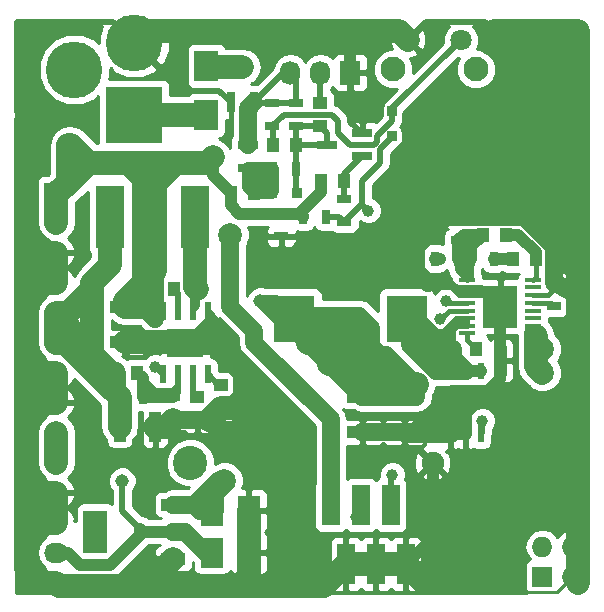
<source format=gtl>
G04 #@! TF.FileFunction,Copper,L1,Top,Signal*
%FSLAX46Y46*%
G04 Gerber Fmt 4.6, Leading zero omitted, Abs format (unit mm)*
G04 Created by KiCad (PCBNEW 4.0.2-4+6225~38~ubuntu14.04.1-stable) date Fri 18 Mar 2016 20:19:54 GMT*
%MOMM*%
G01*
G04 APERTURE LIST*
%ADD10C,0.100000*%
%ADD11R,2.029460X2.651760*%
%ADD12C,2.900000*%
%ADD13C,1.900000*%
%ADD14R,3.500000X4.000000*%
%ADD15R,2.413000X5.334000*%
%ADD16C,4.800600*%
%ADD17R,4.800600X4.800600*%
%ADD18R,1.500000X3.500000*%
%ADD19R,1.727200X2.032000*%
%ADD20O,1.727200X2.032000*%
%ADD21C,1.800000*%
%ADD22C,2.100000*%
%ADD23R,2.032000X3.657600*%
%ADD24R,2.032000X1.016000*%
%ADD25R,1.250000X1.000000*%
%ADD26R,1.300000X0.700000*%
%ADD27R,1.000000X2.500000*%
%ADD28R,0.700000X1.300000*%
%ADD29R,2.500000X1.000000*%
%ADD30R,1.000000X1.250000*%
%ADD31R,1.950720X2.499360*%
%ADD32R,0.600000X1.600000*%
%ADD33R,3.100000X2.400000*%
%ADD34C,1.143000*%
%ADD35R,1.400000X0.400000*%
%ADD36R,3.000000X3.600000*%
%ADD37R,0.599440X1.399540*%
%ADD38R,0.800100X1.800860*%
%ADD39R,1.800860X0.800100*%
%ADD40R,2.032000X1.727200*%
%ADD41O,2.032000X1.727200*%
%ADD42R,1.727200X1.727200*%
%ADD43O,1.727200X1.727200*%
%ADD44R,0.900000X0.900000*%
%ADD45C,1.000000*%
%ADD46C,2.000000*%
%ADD47C,0.254000*%
%ADD48C,0.508000*%
%ADD49C,2.000000*%
%ADD50C,1.016000*%
%ADD51C,1.500000*%
%ADD52C,0.381000*%
G04 APERTURE END LIST*
D10*
D11*
X116840000Y-108765340D03*
X116840000Y-104594660D03*
D12*
X115484000Y-138176000D03*
D13*
X135984000Y-138176000D03*
D14*
X133782000Y-125984000D03*
X124282000Y-125984000D03*
D15*
X115887500Y-117348000D03*
X108648500Y-117348000D03*
D16*
X110744000Y-102616000D03*
D17*
X110744000Y-108712000D03*
D16*
X105664000Y-104902000D03*
D18*
X127381000Y-141772000D03*
X128651000Y-146772000D03*
X129921000Y-141772000D03*
X131191000Y-146772000D03*
X132461000Y-141772000D03*
X133731000Y-146772000D03*
D19*
X129032000Y-105156000D03*
D20*
X126492000Y-105156000D03*
X123952000Y-105156000D03*
D21*
X138394000Y-102382000D03*
X133894000Y-102382000D03*
D22*
X139644000Y-104882000D03*
X132644000Y-104882000D03*
D23*
X107442000Y-144018000D03*
D24*
X114046000Y-144018000D03*
X114046000Y-141732000D03*
X114046000Y-146304000D03*
D25*
X118110000Y-131588000D03*
X118110000Y-133588000D03*
X116078000Y-132604000D03*
X116078000Y-134604000D03*
D26*
X114046000Y-132654000D03*
X114046000Y-134554000D03*
D27*
X109498000Y-135128000D03*
X112498000Y-135128000D03*
D28*
X109540000Y-132588000D03*
X111440000Y-132588000D03*
D29*
X109982000Y-124992000D03*
X109982000Y-127992000D03*
D30*
X108982000Y-130556000D03*
X110982000Y-130556000D03*
X124444000Y-111252000D03*
X122444000Y-111252000D03*
D25*
X126492000Y-109712000D03*
X126492000Y-107712000D03*
D30*
X118888000Y-115316000D03*
X120888000Y-115316000D03*
X126508000Y-114300000D03*
X128508000Y-114300000D03*
D27*
X144756000Y-129540000D03*
X141756000Y-129540000D03*
D31*
X120421400Y-142240000D03*
X117322600Y-142240000D03*
D30*
X144764000Y-120904000D03*
X142764000Y-120904000D03*
D31*
X120421400Y-145796000D03*
X117322600Y-145796000D03*
D30*
X142224000Y-118872000D03*
X140224000Y-118872000D03*
X139684000Y-128524000D03*
X137684000Y-128524000D03*
D29*
X130048000Y-132612000D03*
X130048000Y-135612000D03*
X133604000Y-132612000D03*
X133604000Y-135612000D03*
D30*
X116062000Y-123444000D03*
X114062000Y-123444000D03*
D26*
X122428000Y-107762000D03*
X122428000Y-109662000D03*
X124460000Y-107762000D03*
X124460000Y-109662000D03*
D28*
X124394000Y-113284000D03*
X122494000Y-113284000D03*
D26*
X128524000Y-115890000D03*
X128524000Y-117790000D03*
D28*
X125034000Y-117348000D03*
X126934000Y-117348000D03*
D26*
X146304000Y-123002000D03*
X146304000Y-124902000D03*
D28*
X141158000Y-120904000D03*
X139258000Y-120904000D03*
X136210000Y-120904000D03*
X138110000Y-120904000D03*
D26*
X138176000Y-119314000D03*
X138176000Y-117414000D03*
D32*
X113187000Y-125316000D03*
X113187000Y-130716000D03*
X114437000Y-125316000D03*
X115687000Y-125316000D03*
X116937000Y-125316000D03*
X114437000Y-130716000D03*
X115687000Y-130716000D03*
X116937000Y-130716000D03*
D33*
X115062000Y-128016000D03*
D34*
X105156000Y-111252000D03*
X121412000Y-124460000D03*
X109728000Y-139700000D03*
X107188000Y-128524000D03*
D35*
X144526000Y-127228600D03*
X144526000Y-126593600D03*
X144526000Y-125933200D03*
X144526000Y-125298200D03*
X144526000Y-124637800D03*
X144526000Y-123990100D03*
X144526000Y-123342400D03*
X144526000Y-122694700D03*
X138938000Y-122694700D03*
X138938000Y-123342400D03*
X138938000Y-123990100D03*
X138938000Y-124637800D03*
X138938000Y-125298200D03*
X138938000Y-125945900D03*
X138938000Y-126593600D03*
X138938000Y-127241300D03*
D36*
X141732000Y-124968000D03*
D37*
X136271000Y-130429000D03*
X136271000Y-135763000D03*
X137541000Y-130429000D03*
X138811000Y-130429000D03*
X140081000Y-130429000D03*
X137541000Y-135763000D03*
X138811000Y-135763000D03*
X140081000Y-135763000D03*
D38*
X118938000Y-107673140D03*
X120838000Y-107673140D03*
X119888000Y-104670860D03*
D39*
X120373140Y-113218000D03*
X120373140Y-111318000D03*
X117370860Y-112268000D03*
X130025140Y-112202000D03*
X130025140Y-110302000D03*
X127022860Y-111252000D03*
D40*
X104140000Y-115316000D03*
D41*
X104140000Y-117856000D03*
X104140000Y-120396000D03*
X104140000Y-122936000D03*
X104140000Y-125476000D03*
X104140000Y-128016000D03*
X104140000Y-130556000D03*
X104140000Y-133096000D03*
X104140000Y-135636000D03*
X104140000Y-138176000D03*
X104140000Y-140716000D03*
X104140000Y-143256000D03*
X104140000Y-145796000D03*
X104140000Y-148336000D03*
D42*
X145288000Y-147828000D03*
D43*
X145288000Y-145288000D03*
X147828000Y-147828000D03*
X147828000Y-145288000D03*
D26*
X123190000Y-117094000D03*
X123190000Y-118994000D03*
D44*
X132588000Y-108419000D03*
X132588000Y-110529000D03*
X122389000Y-115316000D03*
X124499000Y-115316000D03*
D45*
X101600000Y-109220000D03*
X127508000Y-140208000D03*
D46*
X118872000Y-118872000D03*
X114300000Y-112776000D03*
X145288000Y-130556000D03*
X116332000Y-112776000D03*
X145288000Y-128524000D03*
D45*
X112522000Y-125984000D03*
D46*
X118364000Y-139700000D03*
X125476000Y-128016000D03*
X127242000Y-129806000D03*
D45*
X136652000Y-120904000D03*
D46*
X134620000Y-131572000D03*
D45*
X111252000Y-143764000D03*
X132588000Y-139192000D03*
X130556000Y-116840000D03*
X129540000Y-142748000D03*
X112522000Y-130048000D03*
X140208000Y-134620000D03*
X136652000Y-125984000D03*
X137160000Y-124460000D03*
D47*
X147828000Y-145288000D02*
X148336000Y-145796000D01*
X148336000Y-145796000D02*
X148590000Y-145796000D01*
X148590000Y-145796000D02*
X148336000Y-145796000D01*
X147828000Y-147828000D02*
X148336000Y-147828000D01*
X148336000Y-147828000D02*
X148844000Y-147828000D01*
X148844000Y-147828000D02*
X148336000Y-147828000D01*
X142748000Y-148336000D02*
X143510000Y-149098000D01*
X143510000Y-149098000D02*
X146558000Y-149098000D01*
X147828000Y-147828000D02*
X146558000Y-149098000D01*
D48*
X110744000Y-102616000D02*
X108966000Y-100838000D01*
X100838000Y-108458000D02*
X101600000Y-109220000D01*
X100838000Y-100838000D02*
X100838000Y-108458000D01*
X108966000Y-100838000D02*
X100838000Y-100838000D01*
X110744000Y-102616000D02*
X109220000Y-101092000D01*
D49*
X129032000Y-101600000D02*
X111760000Y-101600000D01*
X111760000Y-101600000D02*
X110744000Y-102616000D01*
X133894000Y-102382000D02*
X133112000Y-101600000D01*
X133112000Y-101600000D02*
X129032000Y-101600000D01*
D48*
X141224000Y-101600000D02*
X140462000Y-100838000D01*
D49*
X141224000Y-101600000D02*
X148336000Y-101600000D01*
X148336000Y-123952000D02*
X148336000Y-101600000D01*
D48*
X135438000Y-100838000D02*
X133894000Y-102382000D01*
X140462000Y-100838000D02*
X135438000Y-100838000D01*
D50*
X135984000Y-138176000D02*
X135984000Y-144519000D01*
X135984000Y-144519000D02*
X133731000Y-146772000D01*
X129032000Y-105156000D02*
X129032000Y-101600000D01*
D51*
X146304000Y-123002000D02*
X146370000Y-122936000D01*
X146370000Y-122936000D02*
X148336000Y-123952000D01*
D49*
X133731000Y-146772000D02*
X135295000Y-148336000D01*
X135295000Y-148336000D02*
X142748000Y-148336000D01*
X148336000Y-148336000D02*
X148336000Y-147828000D01*
X148336000Y-147828000D02*
X148336000Y-145796000D01*
X148336000Y-145796000D02*
X148336000Y-123952000D01*
X131191000Y-146772000D02*
X133731000Y-146772000D01*
X128651000Y-146772000D02*
X131191000Y-146772000D01*
X119634000Y-148590000D02*
X126833000Y-148590000D01*
X126833000Y-148590000D02*
X128651000Y-146772000D01*
X120421400Y-145796000D02*
X120421400Y-142240000D01*
X111760000Y-148590000D02*
X119634000Y-148590000D01*
X120421400Y-147802600D02*
X120421400Y-145796000D01*
X119634000Y-148590000D02*
X120421400Y-147802600D01*
D51*
X133604000Y-135612000D02*
X134644000Y-135612000D01*
X134644000Y-135612000D02*
X136144000Y-134112000D01*
X136144000Y-134112000D02*
X136144000Y-134620000D01*
X133604000Y-135612000D02*
X130048000Y-135612000D01*
D52*
X136144000Y-122428000D02*
X136906000Y-123190000D01*
X136652000Y-122428000D02*
X137160000Y-122936000D01*
X137160000Y-122428000D02*
X137160000Y-123190000D01*
X137160000Y-123190000D02*
X137160000Y-122936000D01*
X137160000Y-122936000D02*
X137160000Y-123190000D01*
X137668000Y-122936000D02*
X137160000Y-122428000D01*
X137160000Y-122428000D02*
X136652000Y-122428000D01*
X136652000Y-122428000D02*
X136144000Y-122428000D01*
X136144000Y-122428000D02*
X135128000Y-122428000D01*
X138938000Y-123990100D02*
X140754100Y-123990100D01*
X140754100Y-123990100D02*
X141732000Y-124968000D01*
D48*
X135636000Y-122936000D02*
X135890000Y-123190000D01*
X135890000Y-123190000D02*
X136906000Y-123190000D01*
X136906000Y-123190000D02*
X137160000Y-123190000D01*
X138430000Y-123698000D02*
X140462000Y-123698000D01*
X137160000Y-123190000D02*
X137922000Y-123190000D01*
X137922000Y-123190000D02*
X138430000Y-123698000D01*
X140462000Y-123698000D02*
X141732000Y-124968000D01*
D51*
X135128000Y-122428000D02*
X135636000Y-122936000D01*
D52*
X138074400Y-123342400D02*
X137668000Y-122936000D01*
X137668000Y-122936000D02*
X135636000Y-122936000D01*
X138074400Y-123342400D02*
X138938000Y-123342400D01*
X138938000Y-123990100D02*
X138214100Y-123990100D01*
X137566400Y-123342400D02*
X136042400Y-123342400D01*
X138214100Y-123990100D02*
X137566400Y-123342400D01*
X138938000Y-123342400D02*
X140106400Y-123342400D01*
X140106400Y-123342400D02*
X141732000Y-124968000D01*
D48*
X141732000Y-124968000D02*
X140462000Y-123698000D01*
D52*
X140754100Y-123990100D02*
X141732000Y-124968000D01*
X144526000Y-123990100D02*
X145757900Y-123990100D01*
X146304000Y-123444000D02*
X146304000Y-123002000D01*
X145757900Y-123990100D02*
X146304000Y-123444000D01*
D49*
X101600000Y-121920000D02*
X104140000Y-121920000D01*
X104140000Y-121920000D02*
X103632000Y-121920000D01*
X103632000Y-121920000D02*
X104140000Y-121920000D01*
X101600000Y-118872000D02*
X101600000Y-121920000D01*
X101600000Y-121920000D02*
X101600000Y-124714000D01*
X101600000Y-118872000D02*
X103378000Y-120396000D01*
X104140000Y-120396000D02*
X103378000Y-120396000D01*
X111760000Y-148590000D02*
X114046000Y-146304000D01*
X101600000Y-131826000D02*
X104140000Y-131826000D01*
X104140000Y-131826000D02*
X103632000Y-131826000D01*
X103632000Y-131826000D02*
X104140000Y-131826000D01*
X101600000Y-134874000D02*
X101600000Y-131826000D01*
X101600000Y-131826000D02*
X101600000Y-129286000D01*
X101600000Y-141986000D02*
X104140000Y-141986000D01*
X103632000Y-142494000D02*
X104140000Y-142494000D01*
X104140000Y-141986000D02*
X103632000Y-142494000D01*
X101600000Y-139446000D02*
X101600000Y-141986000D01*
X101600000Y-141986000D02*
X101600000Y-145034000D01*
X104140000Y-130556000D02*
X103124000Y-130556000D01*
X103124000Y-130556000D02*
X101600000Y-129286000D01*
X101600000Y-124714000D02*
X103124000Y-122936000D01*
X101600000Y-129286000D02*
X101600000Y-124714000D01*
X103124000Y-122936000D02*
X104140000Y-122936000D01*
X104140000Y-140716000D02*
X103124000Y-140716000D01*
X103124000Y-140716000D02*
X101600000Y-139446000D01*
X101600000Y-134874000D02*
X103124000Y-133096000D01*
X101600000Y-139446000D02*
X101600000Y-134874000D01*
X103124000Y-133096000D02*
X104140000Y-133096000D01*
X104140000Y-148336000D02*
X103124000Y-148336000D01*
X103124000Y-148336000D02*
X101600000Y-147066000D01*
X101600000Y-147066000D02*
X101600000Y-145034000D01*
X101600000Y-145034000D02*
X103124000Y-143256000D01*
X103124000Y-143256000D02*
X104140000Y-143256000D01*
X104140000Y-140716000D02*
X104140000Y-142494000D01*
X104140000Y-142494000D02*
X104140000Y-143256000D01*
X104140000Y-130556000D02*
X104140000Y-131826000D01*
X104140000Y-131826000D02*
X104140000Y-133096000D01*
X104140000Y-120396000D02*
X104140000Y-121920000D01*
X104140000Y-121920000D02*
X104140000Y-122936000D01*
D48*
X117602000Y-126492000D02*
X116586000Y-126492000D01*
X118110000Y-127000000D02*
X116078000Y-127000000D01*
X116078000Y-127000000D02*
X115062000Y-128016000D01*
X118618000Y-127508000D02*
X118110000Y-127000000D01*
X118110000Y-127000000D02*
X117602000Y-126492000D01*
X117602000Y-126492000D02*
X116937000Y-125827000D01*
X116937000Y-125827000D02*
X116937000Y-126141000D01*
X116937000Y-125316000D02*
X118618000Y-126997000D01*
X118618000Y-126997000D02*
X118618000Y-127508000D01*
X118618000Y-127508000D02*
X118618000Y-129032000D01*
X116937000Y-125316000D02*
X116937000Y-126141000D01*
X116937000Y-126141000D02*
X116586000Y-126492000D01*
X116586000Y-126492000D02*
X115062000Y-128016000D01*
D49*
X118110000Y-133588000D02*
X119142000Y-133588000D01*
X119142000Y-133588000D02*
X120142000Y-132588000D01*
X120142000Y-132588000D02*
X120142000Y-130556000D01*
X120142000Y-130556000D02*
X118618000Y-129032000D01*
X117602000Y-128016000D02*
X115062000Y-128016000D01*
X118618000Y-129032000D02*
X117602000Y-128016000D01*
X112498000Y-135128000D02*
X113472000Y-135128000D01*
X113472000Y-135128000D02*
X113996000Y-134604000D01*
D51*
X113996000Y-134604000D02*
X117094000Y-134604000D01*
D49*
X117094000Y-134604000D02*
X118110000Y-133588000D01*
X109982000Y-127992000D02*
X115038000Y-127992000D01*
X115038000Y-127992000D02*
X115062000Y-128016000D01*
D51*
X137541000Y-135763000D02*
X136271000Y-135763000D01*
D50*
X138176000Y-135763000D02*
X137541000Y-135763000D01*
X138811000Y-135763000D02*
X138176000Y-135763000D01*
D48*
X133755000Y-135763000D02*
X133604000Y-135612000D01*
D51*
X136271000Y-135763000D02*
X133755000Y-135763000D01*
D50*
X141732000Y-124968000D02*
X141732000Y-129516000D01*
X140716000Y-132080000D02*
X141732000Y-131064000D01*
X138811000Y-133985000D02*
X140716000Y-132080000D01*
X141732000Y-131064000D02*
X141732000Y-129516000D01*
X138811000Y-135763000D02*
X138811000Y-133985000D01*
D51*
X138110000Y-117348000D02*
X138176000Y-117414000D01*
X134620000Y-119888000D02*
X134620000Y-121920000D01*
X137160000Y-117348000D02*
X134620000Y-119888000D01*
X134620000Y-121920000D02*
X135128000Y-122428000D01*
X138110000Y-117348000D02*
X137160000Y-117348000D01*
X146304000Y-119888000D02*
X143764000Y-117348000D01*
X146304000Y-123002000D02*
X146304000Y-119888000D01*
X138242000Y-117348000D02*
X143764000Y-117348000D01*
X138176000Y-117414000D02*
X138242000Y-117348000D01*
D50*
X137668000Y-135128000D02*
X138811000Y-133985000D01*
X137541000Y-135255000D02*
X137668000Y-135128000D01*
X137541000Y-135763000D02*
X137541000Y-135255000D01*
X138176000Y-134620000D02*
X138176000Y-135128000D01*
X138176000Y-135128000D02*
X137668000Y-135128000D01*
X138176000Y-135763000D02*
X138176000Y-134620000D01*
X139700000Y-132080000D02*
X138684000Y-132080000D01*
X140716000Y-132080000D02*
X139700000Y-132080000D01*
D51*
X136652000Y-135763000D02*
X136271000Y-135763000D01*
X135636000Y-135763000D02*
X136652000Y-135763000D01*
D50*
X136652000Y-135128000D02*
X136652000Y-135763000D01*
X136017000Y-135763000D02*
X136652000Y-135128000D01*
X139700000Y-132080000D02*
X136017000Y-135763000D01*
X135636000Y-135128000D02*
X135636000Y-135763000D01*
X135001000Y-135763000D02*
X135636000Y-135128000D01*
X135152000Y-135612000D02*
X135001000Y-135763000D01*
X138684000Y-132080000D02*
X136144000Y-134620000D01*
X136144000Y-134620000D02*
X135152000Y-135612000D01*
X138684000Y-132080000D02*
X137668000Y-132080000D01*
X135152000Y-134596000D02*
X135152000Y-135612000D01*
X137668000Y-132080000D02*
X135152000Y-134596000D01*
X135152000Y-134596000D02*
X134620000Y-135128000D01*
D48*
X129032000Y-109308860D02*
X130025140Y-110302000D01*
X129032000Y-105156000D02*
X129032000Y-109308860D01*
X117944860Y-106680000D02*
X114808000Y-106680000D01*
X114808000Y-106680000D02*
X110744000Y-102616000D01*
X118938000Y-107673140D02*
X117944860Y-106680000D01*
D49*
X104394000Y-148590000D02*
X104140000Y-148336000D01*
X111760000Y-148590000D02*
X104394000Y-148590000D01*
X101600000Y-118872000D02*
X101600000Y-109220000D01*
D48*
X124444000Y-109678000D02*
X124444000Y-111252000D01*
X124460000Y-109662000D02*
X124444000Y-109678000D01*
X126442000Y-109662000D02*
X126492000Y-109712000D01*
X124460000Y-109662000D02*
X126442000Y-109662000D01*
X127022860Y-111252000D02*
X124444000Y-111252000D01*
X127022860Y-110242860D02*
X127022860Y-111252000D01*
X126492000Y-109712000D02*
X127022860Y-110242860D01*
X124394000Y-113284000D02*
X124394000Y-115211000D01*
X124394000Y-111302000D02*
X124394000Y-113284000D01*
X124444000Y-111252000D02*
X124394000Y-111302000D01*
X124394000Y-115211000D02*
X124499000Y-115316000D01*
X132588000Y-108419000D02*
X132588000Y-109222000D01*
X132588000Y-109222000D02*
X131306571Y-110503429D01*
X131306571Y-111009429D02*
X131064000Y-111252000D01*
X131306571Y-110503429D02*
X131306571Y-111009429D01*
X138394000Y-102382000D02*
X132588000Y-108188000D01*
X132588000Y-108188000D02*
X132588000Y-108419000D01*
X122444000Y-109678000D02*
X122444000Y-111252000D01*
X122428000Y-109662000D02*
X122444000Y-109678000D01*
X122428000Y-109662000D02*
X123378000Y-108712000D01*
X123378000Y-108712000D02*
X127508000Y-108712000D01*
X138394000Y-102382000D02*
X137863000Y-102382000D01*
X129032000Y-111252000D02*
X131064000Y-111252000D01*
X128016000Y-110236000D02*
X129032000Y-111252000D01*
X128016000Y-109220000D02*
X128016000Y-110236000D01*
X127508000Y-108712000D02*
X128016000Y-109220000D01*
X126492000Y-107712000D02*
X126492000Y-105156000D01*
D50*
X123190000Y-117094000D02*
X124780000Y-117094000D01*
X124780000Y-117094000D02*
X125034000Y-117348000D01*
X118888000Y-115316000D02*
X118888000Y-116348000D01*
X118888000Y-116348000D02*
X119634000Y-117094000D01*
X119634000Y-117094000D02*
X123190000Y-117094000D01*
X127381000Y-141772000D02*
X127381000Y-140335000D01*
X127381000Y-140335000D02*
X127508000Y-140208000D01*
D49*
X116332000Y-112776000D02*
X114300000Y-112776000D01*
D51*
X118872000Y-118872000D02*
X118872000Y-124968000D01*
X118872000Y-124968000D02*
X120904000Y-127000000D01*
X120904000Y-127000000D02*
X120904000Y-128016000D01*
X120904000Y-128016000D02*
X127381000Y-134493000D01*
X127381000Y-134493000D02*
X127381000Y-141772000D01*
D49*
X145288000Y-130556000D02*
X144756000Y-130024000D01*
X144756000Y-130024000D02*
X144756000Y-129540000D01*
X144756000Y-129056000D02*
X145288000Y-128524000D01*
X144756000Y-129056000D02*
X144756000Y-129540000D01*
X105156000Y-111252000D02*
X105156000Y-114554000D01*
X105156000Y-114554000D02*
X105156000Y-114300000D01*
X105156000Y-114300000D02*
X105156000Y-114554000D01*
X105156000Y-111252000D02*
X105410000Y-111252000D01*
X105410000Y-111252000D02*
X106934000Y-112776000D01*
X110236000Y-112776000D02*
X111530000Y-114070000D01*
X111530000Y-114070000D02*
X111530000Y-122912000D01*
X112522000Y-121920000D02*
X112522000Y-114554000D01*
X112522000Y-114554000D02*
X114300000Y-112776000D01*
D50*
X117370860Y-112268000D02*
X117370860Y-113798860D01*
X117370860Y-113798860D02*
X118888000Y-115316000D01*
D52*
X144526000Y-126593600D02*
X144526000Y-127228600D01*
X144526000Y-127228600D02*
X144526000Y-129310000D01*
X144526000Y-129310000D02*
X144756000Y-129540000D01*
D49*
X109982000Y-124992000D02*
X109982000Y-124460000D01*
X109982000Y-124460000D02*
X111530000Y-122912000D01*
D51*
X112522000Y-125984000D02*
X112522000Y-121920000D01*
D48*
X113187000Y-125316000D02*
X111530000Y-123659000D01*
X111506000Y-123952000D02*
X111530000Y-123952000D01*
X111530000Y-123928000D02*
X111506000Y-123952000D01*
X111530000Y-123659000D02*
X111530000Y-123928000D01*
D49*
X111530000Y-124992000D02*
X111530000Y-123952000D01*
X111530000Y-123952000D02*
X111530000Y-122912000D01*
X111530000Y-122912000D02*
X112522000Y-121920000D01*
D48*
X113187000Y-125316000D02*
X112863000Y-124992000D01*
X112863000Y-124992000D02*
X111530000Y-124992000D01*
D51*
X112522000Y-125984000D02*
X111530000Y-124992000D01*
D49*
X111530000Y-124992000D02*
X109982000Y-124992000D01*
D48*
X112522000Y-125984000D02*
X113187000Y-125319000D01*
X113187000Y-125319000D02*
X113187000Y-125316000D01*
D51*
X144756000Y-127458600D02*
X144526000Y-127228600D01*
D49*
X144756000Y-129540000D02*
X144756000Y-127458600D01*
X116862860Y-112776000D02*
X116332000Y-112776000D01*
X117370860Y-112268000D02*
X116862860Y-112776000D01*
X114300000Y-112776000D02*
X114808000Y-112776000D01*
X114808000Y-112776000D02*
X110236000Y-112776000D01*
X106934000Y-112776000D02*
X106299000Y-113411000D01*
X106299000Y-113411000D02*
X105156000Y-114554000D01*
X105156000Y-114554000D02*
X104140000Y-115316000D01*
X110236000Y-112776000D02*
X106934000Y-112776000D01*
X104140000Y-117856000D02*
X104140000Y-115316000D01*
D50*
X124968000Y-116840000D02*
X126508000Y-115300000D01*
X126508000Y-115300000D02*
X126508000Y-114300000D01*
X124968000Y-116840000D02*
X125034000Y-117348000D01*
X124968000Y-117282000D02*
X124968000Y-116840000D01*
X125034000Y-117348000D02*
X124968000Y-117282000D01*
X122494000Y-115211000D02*
X122494000Y-113284000D01*
D48*
X122389000Y-115316000D02*
X122494000Y-115211000D01*
D50*
X122494000Y-113792000D02*
X121484860Y-114801140D01*
X121484860Y-114801140D02*
X120373140Y-114801140D01*
X120373140Y-113792000D02*
X122494000Y-113792000D01*
X122494000Y-113792000D02*
X122494000Y-113792000D01*
X122494000Y-113792000D02*
X122428000Y-113792000D01*
X122428000Y-113792000D02*
X122494000Y-113284000D01*
X120373140Y-113218000D02*
X120373140Y-113792000D01*
X120373140Y-113792000D02*
X120373140Y-114801140D01*
X120373140Y-114801140D02*
X120888000Y-115316000D01*
X122428000Y-113218000D02*
X120373140Y-113218000D01*
D48*
X122494000Y-113284000D02*
X122428000Y-113218000D01*
X120373140Y-113218000D02*
X120380000Y-113224860D01*
D50*
X122389000Y-115316000D02*
X120888000Y-115316000D01*
D48*
X128508000Y-113719140D02*
X128508000Y-114300000D01*
X130025140Y-112202000D02*
X128508000Y-113719140D01*
X128508000Y-115874000D02*
X128508000Y-114300000D01*
X128524000Y-115890000D02*
X128508000Y-115874000D01*
D50*
X121412000Y-124460000D02*
X122758000Y-124460000D01*
X122758000Y-124460000D02*
X124282000Y-125984000D01*
X121412000Y-124460000D02*
X122936000Y-125984000D01*
X122936000Y-125984000D02*
X124282000Y-125984000D01*
D51*
X115824000Y-141732000D02*
X117856000Y-139700000D01*
X117856000Y-139700000D02*
X118364000Y-139700000D01*
D49*
X118364000Y-139700000D02*
X117322600Y-140741400D01*
X117322600Y-140741400D02*
X117322600Y-142240000D01*
D51*
X114046000Y-141732000D02*
X115824000Y-141732000D01*
X115824000Y-141732000D02*
X116332000Y-142240000D01*
X116332000Y-142240000D02*
X117322600Y-142240000D01*
D49*
X104140000Y-135636000D02*
X104140000Y-138176000D01*
X125476000Y-128016000D02*
X125464000Y-128028000D01*
X125464000Y-128028000D02*
X125476000Y-128016000D01*
X125476000Y-128016000D02*
X125476000Y-128040000D01*
D51*
X130048000Y-132612000D02*
X133604000Y-132612000D01*
X124282000Y-126846000D02*
X125476000Y-128040000D01*
X125476000Y-128040000D02*
X127242000Y-129806000D01*
X127242000Y-129806000D02*
X129794000Y-132358000D01*
D49*
X124282000Y-125730000D02*
X124282000Y-126846000D01*
D50*
X136652000Y-120904000D02*
X136210000Y-120904000D01*
X134620000Y-131596000D02*
X134620000Y-131572000D01*
D51*
X133604000Y-132612000D02*
X134620000Y-131596000D01*
X129794000Y-125730000D02*
X130810000Y-126746000D01*
X130810000Y-126746000D02*
X130810000Y-128270000D01*
X131064000Y-128524000D02*
X131572000Y-129032000D01*
X131572000Y-129032000D02*
X132080000Y-129032000D01*
X132080000Y-129032000D02*
X134620000Y-131572000D01*
X124282000Y-125730000D02*
X129794000Y-125730000D01*
X134596000Y-132612000D02*
X133604000Y-132612000D01*
X134620000Y-132588000D02*
X134596000Y-132612000D01*
X134620000Y-131572000D02*
X134620000Y-132588000D01*
D49*
X133534241Y-131502241D02*
X134689759Y-131502241D01*
X129032000Y-127000000D02*
X133534241Y-131502241D01*
X134620000Y-131572000D02*
X134689759Y-131572000D01*
X134689759Y-131502241D02*
X134689759Y-131572000D01*
X128016000Y-125984000D02*
X129032000Y-127000000D01*
X124282000Y-125984000D02*
X128016000Y-125984000D01*
X131064000Y-131572000D02*
X129298000Y-129806000D01*
X129298000Y-129806000D02*
X127242000Y-129806000D01*
X134620000Y-131572000D02*
X131064000Y-131572000D01*
X130048000Y-128016000D02*
X129540000Y-127508000D01*
X129540000Y-127508000D02*
X129032000Y-127508000D01*
X129032000Y-127508000D02*
X129032000Y-127000000D01*
X127508000Y-128016000D02*
X130048000Y-128016000D01*
X125476000Y-128016000D02*
X127508000Y-128016000D01*
X125476000Y-125984000D02*
X127508000Y-128016000D01*
X124282000Y-125984000D02*
X125476000Y-125984000D01*
D48*
X109728000Y-139700000D02*
X109728000Y-142240000D01*
X109728000Y-142240000D02*
X111252000Y-143764000D01*
D51*
X114046000Y-144018000D02*
X115062000Y-144018000D01*
X115062000Y-144018000D02*
X116840000Y-145796000D01*
X116840000Y-145796000D02*
X117322600Y-145796000D01*
D50*
X113538000Y-144018000D02*
X111252000Y-144018000D01*
D48*
X111252000Y-143764000D02*
X111252000Y-144018000D01*
D50*
X106172000Y-146812000D02*
X108712000Y-146812000D01*
X108712000Y-146812000D02*
X111252000Y-144272000D01*
X111252000Y-144272000D02*
X111252000Y-143764000D01*
X105156000Y-145796000D02*
X106172000Y-146812000D01*
X104140000Y-145796000D02*
X105156000Y-145796000D01*
D49*
X107188000Y-127508000D02*
X105918000Y-127508000D01*
X105918000Y-127508000D02*
X104140000Y-125476000D01*
X104140000Y-125476000D02*
X104140000Y-128016000D01*
X104140000Y-128016000D02*
X105138000Y-128016000D01*
X107188000Y-129032000D02*
X107188000Y-127508000D01*
X107188000Y-127508000D02*
X107188000Y-123952000D01*
X107188000Y-123952000D02*
X107188000Y-122936000D01*
X108982000Y-130826000D02*
X107188000Y-129032000D01*
X108648500Y-121475500D02*
X108648500Y-117348000D01*
X107188000Y-122936000D02*
X108648500Y-121475500D01*
X107188000Y-122936000D02*
X107188000Y-122936000D01*
X108982000Y-130826000D02*
X108982000Y-130556000D01*
X109498000Y-135128000D02*
X109498000Y-132630000D01*
X109498000Y-132630000D02*
X108982000Y-132114000D01*
X108982000Y-132114000D02*
X108982000Y-130556000D01*
X104884000Y-128016000D02*
X108982000Y-132114000D01*
X104140000Y-128016000D02*
X104884000Y-128016000D01*
X107188000Y-123444000D02*
X107188000Y-122936000D01*
X105156000Y-125476000D02*
X107188000Y-123444000D01*
X104140000Y-125476000D02*
X105156000Y-125476000D01*
D48*
X132588000Y-110529000D02*
X132588000Y-110626039D01*
X132588000Y-110626039D02*
X131572000Y-111642039D01*
X131572000Y-111642039D02*
X131572000Y-112776000D01*
X131572000Y-112776000D02*
X130048000Y-114300000D01*
X130048000Y-114300000D02*
X130048000Y-116266000D01*
X130048000Y-116266000D02*
X130048000Y-116332000D01*
X132461000Y-139319000D02*
X132461000Y-141772000D01*
X132588000Y-139192000D02*
X132461000Y-139319000D01*
X130048000Y-116332000D02*
X130556000Y-116840000D01*
X128082000Y-117348000D02*
X126934000Y-117348000D01*
X128524000Y-117790000D02*
X128082000Y-117348000D01*
X130048000Y-116266000D02*
X128524000Y-117790000D01*
D49*
X116786660Y-108712000D02*
X110744000Y-108712000D01*
X116840000Y-108765340D02*
X116786660Y-108712000D01*
X116916200Y-104670860D02*
X119888000Y-104670860D01*
X116840000Y-104594660D02*
X116916200Y-104670860D01*
D48*
X124460000Y-107762000D02*
X122428000Y-107762000D01*
X124460000Y-105664000D02*
X124460000Y-107762000D01*
X123952000Y-105156000D02*
X124460000Y-105664000D01*
X123355140Y-105156000D02*
X123952000Y-105156000D01*
X120838000Y-107673140D02*
X123355140Y-105156000D01*
X120926860Y-107762000D02*
X120838000Y-107673140D01*
X122428000Y-107762000D02*
X120926860Y-107762000D01*
D51*
X120373140Y-108138000D02*
X120373140Y-111318000D01*
X120838000Y-107673140D02*
X120373140Y-108138000D01*
D48*
X118110000Y-131588000D02*
X117809000Y-131588000D01*
X117809000Y-131588000D02*
X116937000Y-130716000D01*
X114437000Y-125316000D02*
X114437000Y-123819000D01*
X114437000Y-123819000D02*
X114062000Y-123444000D01*
X112522000Y-132654000D02*
X112522000Y-132588000D01*
X111440000Y-131506000D02*
X111440000Y-131014000D01*
X112522000Y-132588000D02*
X111440000Y-131506000D01*
X114437000Y-131572000D02*
X114437000Y-131689000D01*
X114437000Y-131689000D02*
X114046000Y-132080000D01*
X114046000Y-132080000D02*
X112506000Y-132080000D01*
X112506000Y-132080000D02*
X111440000Y-131014000D01*
X111440000Y-131014000D02*
X110982000Y-130556000D01*
X114437000Y-130716000D02*
X114437000Y-131572000D01*
X114437000Y-131572000D02*
X114437000Y-132263000D01*
X114437000Y-132263000D02*
X114046000Y-132654000D01*
D50*
X110982000Y-130556000D02*
X111440000Y-131014000D01*
X111440000Y-131014000D02*
X111440000Y-131014000D01*
X111440000Y-131014000D02*
X111440000Y-132588000D01*
X111440000Y-132588000D02*
X111506000Y-132654000D01*
X111506000Y-132654000D02*
X112522000Y-132654000D01*
X112522000Y-132654000D02*
X114046000Y-132654000D01*
D48*
X112522000Y-130048000D02*
X113187000Y-130713000D01*
X113187000Y-130713000D02*
X113187000Y-130716000D01*
D50*
X142224000Y-118872000D02*
X143256000Y-118872000D01*
X143256000Y-118872000D02*
X144764000Y-120380000D01*
X144764000Y-120380000D02*
X144764000Y-120904000D01*
D52*
X144764000Y-120904000D02*
X144764000Y-122456700D01*
X144764000Y-122456700D02*
X144526000Y-122694700D01*
D50*
X142764000Y-120904000D02*
X141158000Y-120904000D01*
D52*
X138938000Y-122694700D02*
X139258000Y-122374700D01*
X139258000Y-121920000D02*
X139258000Y-120904000D01*
X139258000Y-122374700D02*
X139258000Y-121920000D01*
D50*
X139258000Y-119838000D02*
X140224000Y-118872000D01*
X139258000Y-120904000D02*
X139258000Y-119838000D01*
X138684000Y-120904000D02*
X138110000Y-120904000D01*
X139258000Y-120904000D02*
X138684000Y-120904000D01*
X138110000Y-119380000D02*
X138176000Y-119314000D01*
X138110000Y-120904000D02*
X138110000Y-119380000D01*
X139192000Y-118872000D02*
X140224000Y-118872000D01*
X138618000Y-118872000D02*
X139192000Y-118872000D01*
X138176000Y-119314000D02*
X138618000Y-118872000D01*
X138684000Y-120396000D02*
X138684000Y-120904000D01*
X138684000Y-120904000D02*
X138684000Y-120396000D01*
X138684000Y-119380000D02*
X138684000Y-120904000D01*
X139192000Y-118872000D02*
X138684000Y-119380000D01*
D48*
X138110000Y-121866700D02*
X138110000Y-120904000D01*
X138938000Y-122694700D02*
X138110000Y-121866700D01*
X138176000Y-121866700D02*
X138110000Y-121866700D01*
X138750000Y-121866700D02*
X138176000Y-121866700D01*
X139251650Y-122368350D02*
X138750000Y-121866700D01*
X139258000Y-122374700D02*
X139251650Y-122368350D01*
X138242000Y-120904000D02*
X138110000Y-120904000D01*
X139138700Y-120904000D02*
X139258000Y-120904000D01*
X138176000Y-121866700D02*
X139138700Y-120904000D01*
X139258000Y-122362000D02*
X139258000Y-120904000D01*
X139251650Y-122368350D02*
X139258000Y-122362000D01*
X139258000Y-121358700D02*
X139258000Y-120904000D01*
X138750000Y-121866700D02*
X139258000Y-121358700D01*
D52*
X138938000Y-127241300D02*
X138938000Y-127778000D01*
X138938000Y-127778000D02*
X139684000Y-128524000D01*
D48*
X140208000Y-135636000D02*
X140081000Y-135763000D01*
X140208000Y-134620000D02*
X140208000Y-135636000D01*
D52*
X138938000Y-125298200D02*
X137337800Y-125298200D01*
X136652000Y-125984000D02*
X137337800Y-125298200D01*
X144526000Y-124637800D02*
X146039800Y-124637800D01*
X146039800Y-124637800D02*
X146304000Y-124902000D01*
D51*
X137684000Y-129302000D02*
X137684000Y-130286000D01*
D50*
X137684000Y-130286000D02*
X137541000Y-130429000D01*
D51*
X137684000Y-128524000D02*
X137684000Y-129302000D01*
D52*
X138938000Y-125945900D02*
X138214100Y-125945900D01*
X137160000Y-128000000D02*
X137684000Y-128524000D01*
X137160000Y-127254000D02*
X137160000Y-128000000D01*
X137160000Y-127000000D02*
X137160000Y-127254000D01*
X138214100Y-125945900D02*
X137160000Y-127000000D01*
X138938000Y-126593600D02*
X138074400Y-126593600D01*
X137684000Y-126984000D02*
X137684000Y-128524000D01*
X138074400Y-126593600D02*
X137684000Y-126984000D01*
D50*
X140081000Y-130429000D02*
X138811000Y-130429000D01*
D48*
X137684000Y-128524000D02*
X137414000Y-128254000D01*
D51*
X138811000Y-130429000D02*
X137684000Y-129302000D01*
D52*
X137960100Y-125945900D02*
X138938000Y-125945900D01*
X137414000Y-126492000D02*
X137960100Y-125945900D01*
X136906000Y-127000000D02*
X137414000Y-126492000D01*
X136398000Y-127000000D02*
X136906000Y-127000000D01*
X135382000Y-125984000D02*
X136398000Y-127000000D01*
X134036000Y-125984000D02*
X135382000Y-125984000D01*
D51*
X136271000Y-130429000D02*
X137541000Y-130429000D01*
X138811000Y-130429000D02*
X137541000Y-130429000D01*
X134036000Y-128194000D02*
X134036000Y-125984000D01*
X136271000Y-130429000D02*
X134036000Y-128194000D01*
D52*
X138938000Y-126238000D02*
X138938000Y-126593600D01*
X138938000Y-125945900D02*
X138938000Y-126238000D01*
X138430000Y-126238000D02*
X138074400Y-126593600D01*
X138938000Y-126238000D02*
X138430000Y-126238000D01*
X137414000Y-128254000D02*
X137684000Y-128524000D01*
X137414000Y-126492000D02*
X137414000Y-128254000D01*
X136144000Y-127254000D02*
X137160000Y-127254000D01*
X134874000Y-125984000D02*
X136144000Y-127254000D01*
X133782000Y-125984000D02*
X134874000Y-125984000D01*
D49*
X136652000Y-128016000D02*
X135814000Y-128016000D01*
X135814000Y-128016000D02*
X133782000Y-125984000D01*
D51*
X137684000Y-128524000D02*
X137160000Y-128524000D01*
D49*
X137160000Y-128524000D02*
X136652000Y-128016000D01*
X136652000Y-128854000D02*
X136652000Y-129540000D01*
X135814000Y-128016000D02*
X136652000Y-128854000D01*
X115887500Y-117348000D02*
X115887500Y-123269500D01*
X115887500Y-123269500D02*
X116062000Y-123444000D01*
D48*
X115687000Y-125316000D02*
X116062000Y-124941000D01*
X116062000Y-124941000D02*
X116062000Y-123444000D01*
X115687000Y-125316000D02*
X115687000Y-123819000D01*
X115687000Y-123819000D02*
X116062000Y-123444000D01*
D52*
X138938000Y-124637800D02*
X137337800Y-124637800D01*
X137337800Y-124637800D02*
X137160000Y-124460000D01*
D48*
X115687000Y-130716000D02*
X115687000Y-132213000D01*
X115687000Y-132213000D02*
X116078000Y-132604000D01*
D47*
G36*
X107707631Y-102017642D02*
X107708763Y-102654022D01*
X107385604Y-102330298D01*
X106270407Y-101867228D01*
X105062890Y-101866174D01*
X103946887Y-102327298D01*
X103092298Y-103180396D01*
X102629228Y-104295593D01*
X102628174Y-105503110D01*
X103089298Y-106619113D01*
X103942396Y-107473702D01*
X105057593Y-107936772D01*
X106265110Y-107937826D01*
X107381113Y-107476702D01*
X107696260Y-107162105D01*
X107696260Y-111112300D01*
X107701660Y-111141000D01*
X107611239Y-111141000D01*
X106566120Y-110095880D01*
X106035688Y-109741457D01*
X105410000Y-109616999D01*
X105409995Y-109617000D01*
X105156000Y-109617000D01*
X104530313Y-109741457D01*
X103999880Y-110095880D01*
X103645457Y-110626313D01*
X103521000Y-111252000D01*
X103521000Y-113736500D01*
X103429720Y-113804960D01*
X103124000Y-113804960D01*
X102888683Y-113849238D01*
X102672559Y-113988310D01*
X102527569Y-114200510D01*
X102476560Y-114452400D01*
X102476560Y-116179600D01*
X102505000Y-116330745D01*
X102505000Y-117612953D01*
X102456655Y-117856000D01*
X102570729Y-118429489D01*
X102895585Y-118915670D01*
X102938670Y-118944459D01*
X102983880Y-119012120D01*
X103181086Y-119143889D01*
X102789268Y-119493964D01*
X102535291Y-120021209D01*
X102532642Y-120036974D01*
X102653783Y-120269000D01*
X104013000Y-120269000D01*
X104013000Y-120249000D01*
X104267000Y-120249000D01*
X104267000Y-120269000D01*
X105626217Y-120269000D01*
X105747358Y-120036974D01*
X105744709Y-120021209D01*
X105490732Y-119493964D01*
X105098914Y-119143889D01*
X105296120Y-119012120D01*
X105341330Y-118944459D01*
X105384415Y-118915670D01*
X105709271Y-118429489D01*
X105823345Y-117856000D01*
X105775000Y-117612953D01*
X105775000Y-116320041D01*
X105803440Y-116179600D01*
X105803440Y-116112170D01*
X106137000Y-115862000D01*
X106214985Y-115775024D01*
X106312120Y-115710120D01*
X106794560Y-115227680D01*
X106794560Y-120015000D01*
X106838838Y-120250317D01*
X106977910Y-120466441D01*
X107013500Y-120490759D01*
X107013500Y-120798260D01*
X106031880Y-121779880D01*
X105677457Y-122310312D01*
X105661790Y-122389073D01*
X105490732Y-122033964D01*
X105078892Y-121666000D01*
X105490732Y-121298036D01*
X105744709Y-120770791D01*
X105747358Y-120755026D01*
X105626217Y-120523000D01*
X104267000Y-120523000D01*
X104267000Y-122809000D01*
X104287000Y-122809000D01*
X104287000Y-123063000D01*
X104267000Y-123063000D01*
X104267000Y-123083000D01*
X104013000Y-123083000D01*
X104013000Y-123063000D01*
X102653783Y-123063000D01*
X102532642Y-123295026D01*
X102535291Y-123310791D01*
X102789268Y-123838036D01*
X103174024Y-124181801D01*
X103063345Y-124245537D01*
X103029729Y-124289245D01*
X102983880Y-124319880D01*
X102938670Y-124387541D01*
X102895585Y-124416330D01*
X102570729Y-124902511D01*
X102456655Y-125476000D01*
X102505000Y-125719047D01*
X102505000Y-127772953D01*
X102456655Y-128016000D01*
X102570729Y-128589489D01*
X102895585Y-129075670D01*
X102938670Y-129104459D01*
X102983880Y-129172120D01*
X103181086Y-129303889D01*
X102789268Y-129653964D01*
X102535291Y-130181209D01*
X102532642Y-130196974D01*
X102653783Y-130429000D01*
X104013000Y-130429000D01*
X104013000Y-130409000D01*
X104267000Y-130409000D01*
X104267000Y-130429000D01*
X104287000Y-130429000D01*
X104287000Y-130683000D01*
X104267000Y-130683000D01*
X104267000Y-132969000D01*
X105626217Y-132969000D01*
X105747358Y-132736974D01*
X105744709Y-132721209D01*
X105490732Y-132193964D01*
X105078892Y-131826000D01*
X105490732Y-131458036D01*
X105660781Y-131105021D01*
X107825878Y-133270117D01*
X107825880Y-133270120D01*
X107863000Y-133307240D01*
X107863000Y-135128000D01*
X107987457Y-135753687D01*
X108341880Y-136284120D01*
X108350560Y-136289920D01*
X108350560Y-136378000D01*
X108394838Y-136613317D01*
X108533910Y-136829441D01*
X108746110Y-136974431D01*
X108998000Y-137025440D01*
X109998000Y-137025440D01*
X110233317Y-136981162D01*
X110449441Y-136842090D01*
X110594431Y-136629890D01*
X110645440Y-136378000D01*
X110645440Y-136289920D01*
X110654120Y-136284120D01*
X111008543Y-135753687D01*
X111076160Y-135413750D01*
X111363000Y-135413750D01*
X111363000Y-136504310D01*
X111459673Y-136737699D01*
X111638302Y-136916327D01*
X111871691Y-137013000D01*
X112212250Y-137013000D01*
X112371000Y-136854250D01*
X112371000Y-135255000D01*
X111521750Y-135255000D01*
X111363000Y-135413750D01*
X111076160Y-135413750D01*
X111133000Y-135128000D01*
X111133000Y-133885440D01*
X111363000Y-133885440D01*
X111363000Y-134842250D01*
X111521750Y-135001000D01*
X112371000Y-135001000D01*
X112371000Y-134981000D01*
X112625000Y-134981000D01*
X112625000Y-135001000D01*
X112645000Y-135001000D01*
X112645000Y-135255000D01*
X112625000Y-135255000D01*
X112625000Y-136854250D01*
X112783750Y-137013000D01*
X113124309Y-137013000D01*
X113357698Y-136916327D01*
X113536327Y-136737699D01*
X113633000Y-136504310D01*
X113633000Y-135539000D01*
X113760250Y-135539000D01*
X113919000Y-135380250D01*
X113919000Y-134681000D01*
X114173000Y-134681000D01*
X114173000Y-135380250D01*
X114331750Y-135539000D01*
X114822310Y-135539000D01*
X114940867Y-135489892D01*
X115093301Y-135642327D01*
X115326690Y-135739000D01*
X115792250Y-135739000D01*
X115951000Y-135580250D01*
X115951000Y-134731000D01*
X115222250Y-134731000D01*
X115172250Y-134681000D01*
X114173000Y-134681000D01*
X113919000Y-134681000D01*
X113899000Y-134681000D01*
X113899000Y-134427000D01*
X113919000Y-134427000D01*
X113919000Y-134407000D01*
X114173000Y-134407000D01*
X114173000Y-134427000D01*
X114926750Y-134427000D01*
X114976750Y-134477000D01*
X115951000Y-134477000D01*
X115951000Y-134457000D01*
X116205000Y-134457000D01*
X116205000Y-134477000D01*
X116225000Y-134477000D01*
X116225000Y-134731000D01*
X116205000Y-134731000D01*
X116205000Y-135580250D01*
X116363750Y-135739000D01*
X116829310Y-135739000D01*
X117062699Y-135642327D01*
X117241327Y-135463698D01*
X117338000Y-135230309D01*
X117338000Y-134889750D01*
X117179252Y-134731002D01*
X117338000Y-134731002D01*
X117338000Y-134714430D01*
X117358690Y-134723000D01*
X117824250Y-134723000D01*
X117983000Y-134564250D01*
X117983000Y-133715000D01*
X118237000Y-133715000D01*
X118237000Y-134564250D01*
X118395750Y-134723000D01*
X118861310Y-134723000D01*
X119094699Y-134626327D01*
X119273327Y-134447698D01*
X119370000Y-134214309D01*
X119370000Y-133873750D01*
X119211250Y-133715000D01*
X118237000Y-133715000D01*
X117983000Y-133715000D01*
X117963000Y-133715000D01*
X117963000Y-133461000D01*
X117983000Y-133461000D01*
X117983000Y-133441000D01*
X118237000Y-133441000D01*
X118237000Y-133461000D01*
X119211250Y-133461000D01*
X119370000Y-133302250D01*
X119370000Y-132961691D01*
X119273327Y-132728302D01*
X119132090Y-132587064D01*
X119186441Y-132552090D01*
X119331431Y-132339890D01*
X119382440Y-132088000D01*
X119382440Y-131088000D01*
X119338162Y-130852683D01*
X119199090Y-130636559D01*
X118986890Y-130491569D01*
X118735000Y-130440560D01*
X117918796Y-130440560D01*
X117884440Y-130406204D01*
X117884440Y-129916000D01*
X117840162Y-129680683D01*
X117701090Y-129464559D01*
X117488890Y-129319569D01*
X117247000Y-129270585D01*
X117247000Y-128301750D01*
X117088250Y-128143000D01*
X115189000Y-128143000D01*
X115189000Y-128163000D01*
X114935000Y-128163000D01*
X114935000Y-128143000D01*
X113035750Y-128143000D01*
X112877000Y-128301750D01*
X112877000Y-128966449D01*
X112748756Y-128913197D01*
X112297225Y-128912803D01*
X111879914Y-129085233D01*
X111647639Y-129317103D01*
X111482000Y-129283560D01*
X110482000Y-129283560D01*
X110246683Y-129327838D01*
X110136455Y-129398768D01*
X109709658Y-129113592D01*
X109855000Y-128968250D01*
X109855000Y-128119000D01*
X110109000Y-128119000D01*
X110109000Y-128968250D01*
X110267750Y-129127000D01*
X111358310Y-129127000D01*
X111591699Y-129030327D01*
X111770327Y-128851698D01*
X111867000Y-128618309D01*
X111867000Y-128277750D01*
X111708250Y-128119000D01*
X110109000Y-128119000D01*
X109855000Y-128119000D01*
X109835000Y-128119000D01*
X109835000Y-127865000D01*
X109855000Y-127865000D01*
X109855000Y-127015750D01*
X109696250Y-126857000D01*
X108823000Y-126857000D01*
X108823000Y-126143810D01*
X108825880Y-126148120D01*
X109356313Y-126502543D01*
X109982000Y-126627000D01*
X111206314Y-126627000D01*
X111491471Y-126912157D01*
X111358310Y-126857000D01*
X110267750Y-126857000D01*
X110109000Y-127015750D01*
X110109000Y-127865000D01*
X111708250Y-127865000D01*
X111867000Y-127706250D01*
X111867000Y-127365691D01*
X111770327Y-127132302D01*
X111719593Y-127081568D01*
X111991983Y-127263573D01*
X112522000Y-127369000D01*
X112877000Y-127298386D01*
X112877000Y-127730250D01*
X113035750Y-127889000D01*
X114935000Y-127889000D01*
X114935000Y-127869000D01*
X115189000Y-127869000D01*
X115189000Y-127889000D01*
X117088250Y-127889000D01*
X117247000Y-127730250D01*
X117247000Y-126751000D01*
X117363309Y-126751000D01*
X117596698Y-126654327D01*
X117775327Y-126475699D01*
X117872000Y-126242310D01*
X117872000Y-125916428D01*
X117892657Y-125947343D01*
X119519000Y-127573686D01*
X119519000Y-128016000D01*
X119624427Y-128546017D01*
X119874793Y-128920716D01*
X119924657Y-128995343D01*
X125996000Y-135066686D01*
X125996000Y-139960569D01*
X125983560Y-140022000D01*
X125983560Y-143522000D01*
X126027838Y-143757317D01*
X126166910Y-143973441D01*
X126379110Y-144118431D01*
X126631000Y-144169440D01*
X128131000Y-144169440D01*
X128366317Y-144125162D01*
X128582441Y-143986090D01*
X128650734Y-143886140D01*
X128706910Y-143973441D01*
X128919110Y-144118431D01*
X129171000Y-144169440D01*
X130671000Y-144169440D01*
X130906317Y-144125162D01*
X131122441Y-143986090D01*
X131190734Y-143886140D01*
X131246910Y-143973441D01*
X131459110Y-144118431D01*
X131711000Y-144169440D01*
X133211000Y-144169440D01*
X133446317Y-144125162D01*
X133662441Y-143986090D01*
X133807431Y-143773890D01*
X133858440Y-143522000D01*
X133858440Y-140022000D01*
X133814162Y-139786683D01*
X133675090Y-139570559D01*
X133663155Y-139562404D01*
X133722803Y-139418756D01*
X133722913Y-139292350D01*
X135047255Y-139292350D01*
X135139792Y-139554019D01*
X135731398Y-139772188D01*
X136361461Y-139747352D01*
X136828208Y-139554019D01*
X136920745Y-139292350D01*
X135984000Y-138355605D01*
X135047255Y-139292350D01*
X133722913Y-139292350D01*
X133723197Y-138967225D01*
X133550767Y-138549914D01*
X133231765Y-138230355D01*
X132814756Y-138057197D01*
X132363225Y-138056803D01*
X131945914Y-138229233D01*
X131626355Y-138548235D01*
X131453197Y-138965244D01*
X131452803Y-139416775D01*
X131458282Y-139430035D01*
X131259559Y-139557910D01*
X131191266Y-139657860D01*
X131135090Y-139570559D01*
X130922890Y-139425569D01*
X130671000Y-139374560D01*
X129171000Y-139374560D01*
X128935683Y-139418838D01*
X128766000Y-139528026D01*
X128766000Y-137923398D01*
X134387812Y-137923398D01*
X134412648Y-138553461D01*
X134605981Y-139020208D01*
X134867650Y-139112745D01*
X135804395Y-138176000D01*
X134867650Y-137239255D01*
X134605981Y-137331792D01*
X134387812Y-137923398D01*
X128766000Y-137923398D01*
X128766000Y-136747000D01*
X129762250Y-136747000D01*
X129921000Y-136588250D01*
X129921000Y-135739000D01*
X130175000Y-135739000D01*
X130175000Y-136588250D01*
X130333750Y-136747000D01*
X131424310Y-136747000D01*
X131657699Y-136650327D01*
X131826000Y-136482025D01*
X131994301Y-136650327D01*
X132227690Y-136747000D01*
X133318250Y-136747000D01*
X133477000Y-136588250D01*
X133477000Y-135739000D01*
X131877750Y-135739000D01*
X131826000Y-135790750D01*
X131774250Y-135739000D01*
X130175000Y-135739000D01*
X129921000Y-135739000D01*
X129901000Y-135739000D01*
X129901000Y-135485000D01*
X129921000Y-135485000D01*
X129921000Y-134635750D01*
X130175000Y-134635750D01*
X130175000Y-135485000D01*
X131774250Y-135485000D01*
X131826000Y-135433250D01*
X131877750Y-135485000D01*
X133477000Y-135485000D01*
X133477000Y-134635750D01*
X133731000Y-134635750D01*
X133731000Y-135485000D01*
X133751000Y-135485000D01*
X133751000Y-135739000D01*
X133731000Y-135739000D01*
X133731000Y-136588250D01*
X133889750Y-136747000D01*
X134980310Y-136747000D01*
X135213699Y-136650327D01*
X135336280Y-136527745D01*
X135336280Y-136589080D01*
X135381363Y-136697919D01*
X135139792Y-136797981D01*
X135047255Y-137059650D01*
X135984000Y-137996395D01*
X135998143Y-137982253D01*
X136177748Y-138161858D01*
X136163605Y-138176000D01*
X137100350Y-139112745D01*
X137362019Y-139020208D01*
X137580188Y-138428602D01*
X137555352Y-137798539D01*
X137362019Y-137331792D01*
X137100352Y-137239256D01*
X137214766Y-137124842D01*
X137187694Y-137097770D01*
X137255250Y-137097770D01*
X137414000Y-136939020D01*
X137414000Y-135890000D01*
X137668000Y-135890000D01*
X137668000Y-136939020D01*
X137826750Y-137097770D01*
X137967029Y-137097770D01*
X138176000Y-137011211D01*
X138384971Y-137097770D01*
X138525250Y-137097770D01*
X138684000Y-136939020D01*
X138684000Y-135890000D01*
X137668000Y-135890000D01*
X137414000Y-135890000D01*
X136398000Y-135890000D01*
X136398000Y-135910000D01*
X136144000Y-135910000D01*
X136144000Y-135890000D01*
X136124000Y-135890000D01*
X136124000Y-135636000D01*
X136144000Y-135636000D01*
X136144000Y-134586980D01*
X136398000Y-134586980D01*
X136398000Y-135636000D01*
X137414000Y-135636000D01*
X137414000Y-134586980D01*
X137668000Y-134586980D01*
X137668000Y-135636000D01*
X138684000Y-135636000D01*
X138684000Y-134586980D01*
X138938000Y-134586980D01*
X138938000Y-135636000D01*
X138958000Y-135636000D01*
X138958000Y-135890000D01*
X138938000Y-135890000D01*
X138938000Y-136939020D01*
X139096750Y-137097770D01*
X139237029Y-137097770D01*
X139454190Y-137007819D01*
X139529390Y-137059201D01*
X139781280Y-137110210D01*
X140380720Y-137110210D01*
X140616037Y-137065932D01*
X140832161Y-136926860D01*
X140977151Y-136714660D01*
X141028160Y-136462770D01*
X141028160Y-135977956D01*
X141029329Y-135976206D01*
X141097000Y-135636000D01*
X141097000Y-135336283D01*
X141169645Y-135263765D01*
X141342803Y-134846756D01*
X141343197Y-134395225D01*
X141170767Y-133977914D01*
X140851765Y-133658355D01*
X140434756Y-133485197D01*
X139983225Y-133484803D01*
X139565914Y-133657233D01*
X139246355Y-133976235D01*
X139073197Y-134393244D01*
X139073146Y-134451834D01*
X138938000Y-134586980D01*
X138684000Y-134586980D01*
X138525250Y-134428230D01*
X138384971Y-134428230D01*
X138176000Y-134514789D01*
X137967029Y-134428230D01*
X137826750Y-134428230D01*
X137668000Y-134586980D01*
X137414000Y-134586980D01*
X137255250Y-134428230D01*
X137114971Y-134428230D01*
X136906000Y-134514789D01*
X136697029Y-134428230D01*
X136556750Y-134428230D01*
X136398000Y-134586980D01*
X136144000Y-134586980D01*
X135985250Y-134428230D01*
X135844971Y-134428230D01*
X135611582Y-134524903D01*
X135432953Y-134703531D01*
X135402539Y-134776956D01*
X135392327Y-134752302D01*
X135213699Y-134573673D01*
X134980310Y-134477000D01*
X133889750Y-134477000D01*
X133731000Y-134635750D01*
X133477000Y-134635750D01*
X133318250Y-134477000D01*
X132227690Y-134477000D01*
X131994301Y-134573673D01*
X131826000Y-134741975D01*
X131657699Y-134573673D01*
X131424310Y-134477000D01*
X130333750Y-134477000D01*
X130175000Y-134635750D01*
X129921000Y-134635750D01*
X129762250Y-134477000D01*
X128762817Y-134477000D01*
X128660573Y-133962983D01*
X128443759Y-133638497D01*
X128546110Y-133708431D01*
X128798000Y-133759440D01*
X129320232Y-133759440D01*
X129517983Y-133891573D01*
X130048000Y-133997000D01*
X134596000Y-133997000D01*
X135126017Y-133891573D01*
X135575343Y-133591343D01*
X135599343Y-133567343D01*
X135670399Y-133461000D01*
X135899573Y-133118017D01*
X136005000Y-132588000D01*
X136005000Y-132499641D01*
X136005278Y-132499363D01*
X136016029Y-132473472D01*
X136200302Y-132197687D01*
X136276622Y-131814000D01*
X138811000Y-131814000D01*
X139000984Y-131776210D01*
X139110720Y-131776210D01*
X139346037Y-131731932D01*
X139445536Y-131667906D01*
X139529390Y-131725201D01*
X139781280Y-131776210D01*
X140380720Y-131776210D01*
X140616037Y-131731932D01*
X140832161Y-131592860D01*
X140977151Y-131380660D01*
X140980672Y-131363274D01*
X141129691Y-131425000D01*
X141470250Y-131425000D01*
X141629000Y-131266250D01*
X141629000Y-129667000D01*
X141883000Y-129667000D01*
X141883000Y-131266250D01*
X142041750Y-131425000D01*
X142382309Y-131425000D01*
X142615698Y-131328327D01*
X142794327Y-131149699D01*
X142891000Y-130916310D01*
X142891000Y-129825750D01*
X142732250Y-129667000D01*
X141883000Y-129667000D01*
X141629000Y-129667000D01*
X141609000Y-129667000D01*
X141609000Y-129413000D01*
X141629000Y-129413000D01*
X141629000Y-127813750D01*
X141883000Y-127813750D01*
X141883000Y-129413000D01*
X142732250Y-129413000D01*
X142891000Y-129254250D01*
X142891000Y-128163690D01*
X142794327Y-127930301D01*
X142615698Y-127751673D01*
X142382309Y-127655000D01*
X142041750Y-127655000D01*
X141883000Y-127813750D01*
X141629000Y-127813750D01*
X141470250Y-127655000D01*
X141129691Y-127655000D01*
X140896302Y-127751673D01*
X140818380Y-127829594D01*
X140787162Y-127663683D01*
X140648090Y-127447559D01*
X140582876Y-127403000D01*
X141446250Y-127403000D01*
X141605000Y-127244250D01*
X141605000Y-125095000D01*
X141585000Y-125095000D01*
X141585000Y-124841000D01*
X141605000Y-124841000D01*
X141605000Y-122691750D01*
X141446250Y-122533000D01*
X140285440Y-122533000D01*
X140285440Y-122494700D01*
X140241162Y-122259383D01*
X140147000Y-122113051D01*
X140147000Y-121889943D01*
X140204431Y-121805890D01*
X140207081Y-121792803D01*
X140343910Y-122005441D01*
X140556110Y-122150431D01*
X140808000Y-122201440D01*
X141508000Y-122201440D01*
X141743317Y-122157162D01*
X141905660Y-122052697D01*
X142012110Y-122125431D01*
X142264000Y-122176440D01*
X143264000Y-122176440D01*
X143276528Y-122174083D01*
X143229569Y-122242810D01*
X143178560Y-122494700D01*
X143178560Y-122533000D01*
X142017750Y-122533000D01*
X141859000Y-122691750D01*
X141859000Y-124841000D01*
X141879000Y-124841000D01*
X141879000Y-125095000D01*
X141859000Y-125095000D01*
X141859000Y-127244250D01*
X142017750Y-127403000D01*
X143132060Y-127403000D01*
X143121000Y-127458600D01*
X143121000Y-129055995D01*
X143120999Y-129056000D01*
X143121000Y-129056005D01*
X143121000Y-130023995D01*
X143120999Y-130024000D01*
X143245457Y-130649688D01*
X143599880Y-131180120D01*
X144130873Y-131711112D01*
X144360637Y-131941278D01*
X144961352Y-132190716D01*
X145611795Y-132191284D01*
X146212943Y-131942894D01*
X146673278Y-131483363D01*
X146922716Y-130882648D01*
X146923284Y-130232205D01*
X146674894Y-129631057D01*
X146584241Y-129540245D01*
X146673278Y-129451363D01*
X146922716Y-128850648D01*
X146923284Y-128200205D01*
X146674894Y-127599057D01*
X146355245Y-127278849D01*
X146266543Y-126832913D01*
X145912120Y-126302480D01*
X145848267Y-126259815D01*
X145848042Y-126258620D01*
X145873440Y-126133200D01*
X145873440Y-125899440D01*
X146954000Y-125899440D01*
X147189317Y-125855162D01*
X147405441Y-125716090D01*
X147550431Y-125503890D01*
X147601440Y-125252000D01*
X147601440Y-124552000D01*
X147557162Y-124316683D01*
X147418090Y-124100559D01*
X147205890Y-123955569D01*
X147172510Y-123948809D01*
X147313699Y-123890327D01*
X147492327Y-123711698D01*
X147589000Y-123478309D01*
X147589000Y-123287750D01*
X147430250Y-123129000D01*
X146431000Y-123129000D01*
X146431000Y-123149000D01*
X146177000Y-123149000D01*
X146177000Y-123129000D01*
X146157000Y-123129000D01*
X146157000Y-122875000D01*
X146177000Y-122875000D01*
X146177000Y-122175750D01*
X146431000Y-122175750D01*
X146431000Y-122875000D01*
X147430250Y-122875000D01*
X147589000Y-122716250D01*
X147589000Y-122525691D01*
X147492327Y-122292302D01*
X147313699Y-122113673D01*
X147080310Y-122017000D01*
X146589750Y-122017000D01*
X146431000Y-122175750D01*
X146177000Y-122175750D01*
X146018250Y-122017000D01*
X145678284Y-122017000D01*
X145715441Y-121993090D01*
X145860431Y-121780890D01*
X145911440Y-121529000D01*
X145911440Y-120279000D01*
X145867162Y-120043683D01*
X145827995Y-119982815D01*
X145819994Y-119942593D01*
X145572223Y-119571777D01*
X144064223Y-118063777D01*
X143693407Y-117816006D01*
X143256000Y-117729000D01*
X143090678Y-117729000D01*
X142975890Y-117650569D01*
X142724000Y-117599560D01*
X141724000Y-117599560D01*
X141488683Y-117643838D01*
X141272559Y-117782910D01*
X141224866Y-117852711D01*
X141188090Y-117795559D01*
X140975890Y-117650569D01*
X140724000Y-117599560D01*
X139724000Y-117599560D01*
X139488683Y-117643838D01*
X139437818Y-117676568D01*
X139302250Y-117541000D01*
X138303000Y-117541000D01*
X138303000Y-117561000D01*
X138049000Y-117561000D01*
X138049000Y-117541000D01*
X137049750Y-117541000D01*
X136891000Y-117699750D01*
X136891000Y-117890309D01*
X136987673Y-118123698D01*
X137166301Y-118302327D01*
X137302287Y-118358654D01*
X137290683Y-118360838D01*
X137074559Y-118499910D01*
X136929569Y-118712110D01*
X136878560Y-118964000D01*
X136878560Y-119664000D01*
X136887008Y-119708895D01*
X136811890Y-119657569D01*
X136560000Y-119606560D01*
X135860000Y-119606560D01*
X135624683Y-119650838D01*
X135408559Y-119789910D01*
X135263569Y-120002110D01*
X135212560Y-120254000D01*
X135212560Y-120378961D01*
X135154006Y-120466593D01*
X135067000Y-120904000D01*
X135154006Y-121341407D01*
X135212560Y-121429039D01*
X135212560Y-121554000D01*
X135256838Y-121789317D01*
X135395910Y-122005441D01*
X135608110Y-122150431D01*
X135860000Y-122201440D01*
X136560000Y-122201440D01*
X136795317Y-122157162D01*
X137011441Y-122018090D01*
X137044321Y-121969968D01*
X137049016Y-121968028D01*
X137089407Y-121959994D01*
X137123350Y-121937314D01*
X137225035Y-121895298D01*
X137227428Y-121899017D01*
X137288671Y-122206906D01*
X137392302Y-122362000D01*
X137481382Y-122495318D01*
X137590560Y-122604496D01*
X137590560Y-122894700D01*
X137610152Y-122998824D01*
X137603000Y-123016091D01*
X137603000Y-123083650D01*
X137631471Y-123112121D01*
X137634838Y-123130017D01*
X137773910Y-123346141D01*
X137779865Y-123350210D01*
X137699673Y-123430402D01*
X137690933Y-123451503D01*
X137386756Y-123325197D01*
X136935225Y-123324803D01*
X136517914Y-123497233D01*
X136198355Y-123816235D01*
X136163615Y-123899898D01*
X136135162Y-123748683D01*
X135996090Y-123532559D01*
X135783890Y-123387569D01*
X135532000Y-123336560D01*
X132032000Y-123336560D01*
X131796683Y-123380838D01*
X131580559Y-123519910D01*
X131435569Y-123732110D01*
X131384560Y-123984000D01*
X131384560Y-125361874D01*
X130773343Y-124750657D01*
X130699087Y-124701041D01*
X130324017Y-124450427D01*
X129794000Y-124345000D01*
X126679440Y-124345000D01*
X126679440Y-123984000D01*
X126635162Y-123748683D01*
X126496090Y-123532559D01*
X126283890Y-123387569D01*
X126032000Y-123336560D01*
X122856334Y-123336560D01*
X122758000Y-123317000D01*
X121805461Y-123317000D01*
X121653041Y-123253710D01*
X121173065Y-123253291D01*
X120729465Y-123436582D01*
X120389775Y-123775680D01*
X120257000Y-124095439D01*
X120257000Y-119799641D01*
X120257278Y-119799363D01*
X120473039Y-119279750D01*
X121905000Y-119279750D01*
X121905000Y-119470309D01*
X122001673Y-119703698D01*
X122180301Y-119882327D01*
X122413690Y-119979000D01*
X122904250Y-119979000D01*
X123063000Y-119820250D01*
X123063000Y-119121000D01*
X123317000Y-119121000D01*
X123317000Y-119820250D01*
X123475750Y-119979000D01*
X123966310Y-119979000D01*
X124199699Y-119882327D01*
X124378327Y-119703698D01*
X124475000Y-119470309D01*
X124475000Y-119279750D01*
X124316250Y-119121000D01*
X123317000Y-119121000D01*
X123063000Y-119121000D01*
X122063750Y-119121000D01*
X121905000Y-119279750D01*
X120473039Y-119279750D01*
X120506716Y-119198648D01*
X120507284Y-118548205D01*
X120378696Y-118237000D01*
X122048975Y-118237000D01*
X122001673Y-118284302D01*
X121905000Y-118517691D01*
X121905000Y-118708250D01*
X122063750Y-118867000D01*
X123063000Y-118867000D01*
X123063000Y-118847000D01*
X123317000Y-118847000D01*
X123317000Y-118867000D01*
X124316250Y-118867000D01*
X124475000Y-118708250D01*
X124475000Y-118603116D01*
X124684000Y-118645440D01*
X125384000Y-118645440D01*
X125619317Y-118601162D01*
X125835441Y-118462090D01*
X125980431Y-118249890D01*
X125983081Y-118236803D01*
X126119910Y-118449441D01*
X126332110Y-118594431D01*
X126584000Y-118645440D01*
X127284000Y-118645440D01*
X127444689Y-118615204D01*
X127622110Y-118736431D01*
X127874000Y-118787440D01*
X129174000Y-118787440D01*
X129409317Y-118743162D01*
X129625441Y-118604090D01*
X129770431Y-118391890D01*
X129821440Y-118140000D01*
X129821440Y-117749796D01*
X129840975Y-117730261D01*
X129912235Y-117801645D01*
X130329244Y-117974803D01*
X130780775Y-117975197D01*
X131198086Y-117802767D01*
X131517645Y-117483765D01*
X131690803Y-117066756D01*
X131690915Y-116937691D01*
X136891000Y-116937691D01*
X136891000Y-117128250D01*
X137049750Y-117287000D01*
X138049000Y-117287000D01*
X138049000Y-116587750D01*
X138303000Y-116587750D01*
X138303000Y-117287000D01*
X139302250Y-117287000D01*
X139461000Y-117128250D01*
X139461000Y-116937691D01*
X139364327Y-116704302D01*
X139185699Y-116525673D01*
X138952310Y-116429000D01*
X138461750Y-116429000D01*
X138303000Y-116587750D01*
X138049000Y-116587750D01*
X137890250Y-116429000D01*
X137399690Y-116429000D01*
X137166301Y-116525673D01*
X136987673Y-116704302D01*
X136891000Y-116937691D01*
X131690915Y-116937691D01*
X131691197Y-116615225D01*
X131518767Y-116197914D01*
X131199765Y-115878355D01*
X130937000Y-115769245D01*
X130937000Y-114668236D01*
X132200618Y-113404618D01*
X132393329Y-113116206D01*
X132461000Y-112776000D01*
X132461000Y-112010275D01*
X133043139Y-111428136D01*
X133048317Y-111427162D01*
X133264441Y-111288090D01*
X133409431Y-111075890D01*
X133460440Y-110824000D01*
X133460440Y-110709292D01*
X133477000Y-110626039D01*
X133477000Y-110529000D01*
X133460440Y-110445747D01*
X133460440Y-110234000D01*
X133416162Y-109998683D01*
X133277090Y-109782559D01*
X133266794Y-109775524D01*
X133409329Y-109562206D01*
X133477000Y-109222000D01*
X133477000Y-108556236D01*
X138116478Y-103916758D01*
X138225801Y-103916854D01*
X138216360Y-103926278D01*
X137959293Y-104545362D01*
X137958708Y-105215697D01*
X138214694Y-105835229D01*
X138688278Y-106309640D01*
X139307362Y-106566707D01*
X139977697Y-106567292D01*
X140597229Y-106311306D01*
X141071640Y-105837722D01*
X141328707Y-105218638D01*
X141329292Y-104548303D01*
X141073306Y-103928771D01*
X140599722Y-103454360D01*
X139980638Y-103197293D01*
X139717630Y-103197063D01*
X139928733Y-102688670D01*
X139929265Y-102078009D01*
X139696068Y-101513629D01*
X139401954Y-101219000D01*
X148717000Y-101219000D01*
X148717000Y-144081738D01*
X148716490Y-144081179D01*
X148187027Y-143833032D01*
X147955000Y-143953531D01*
X147955000Y-145161000D01*
X147975000Y-145161000D01*
X147975000Y-145415000D01*
X147955000Y-145415000D01*
X147955000Y-147701000D01*
X147975000Y-147701000D01*
X147975000Y-147955000D01*
X147955000Y-147955000D01*
X147955000Y-147975000D01*
X147701000Y-147975000D01*
X147701000Y-147955000D01*
X147681000Y-147955000D01*
X147681000Y-147701000D01*
X147701000Y-147701000D01*
X147701000Y-145415000D01*
X147681000Y-145415000D01*
X147681000Y-145161000D01*
X147701000Y-145161000D01*
X147701000Y-143953531D01*
X147468973Y-143833032D01*
X146939510Y-144081179D01*
X146557992Y-144499161D01*
X146377029Y-144228330D01*
X145890848Y-143903474D01*
X145317359Y-143789400D01*
X145258641Y-143789400D01*
X144685152Y-143903474D01*
X144198971Y-144228330D01*
X143874115Y-144714511D01*
X143760041Y-145288000D01*
X143874115Y-145861489D01*
X144198971Y-146347670D01*
X144212642Y-146356805D01*
X144189083Y-146361238D01*
X143972959Y-146500310D01*
X143827969Y-146712510D01*
X143776960Y-146964400D01*
X143776960Y-148691600D01*
X143821238Y-148926917D01*
X143960310Y-149143041D01*
X144007084Y-149175000D01*
X105521097Y-149175000D01*
X105744709Y-148710791D01*
X105747358Y-148695026D01*
X105626217Y-148463000D01*
X104267000Y-148463000D01*
X104267000Y-148483000D01*
X104013000Y-148483000D01*
X104013000Y-148463000D01*
X102653783Y-148463000D01*
X102532642Y-148695026D01*
X102535291Y-148710791D01*
X102758903Y-149175000D01*
X100761000Y-149175000D01*
X100761000Y-145796000D01*
X102456655Y-145796000D01*
X102570729Y-146369489D01*
X102895585Y-146855670D01*
X103205069Y-147062461D01*
X102789268Y-147433964D01*
X102535291Y-147961209D01*
X102532642Y-147976974D01*
X102653783Y-148209000D01*
X104013000Y-148209000D01*
X104013000Y-148189000D01*
X104267000Y-148189000D01*
X104267000Y-148209000D01*
X105626217Y-148209000D01*
X105747358Y-147976974D01*
X105744709Y-147961209D01*
X105683296Y-147833719D01*
X105734593Y-147867994D01*
X106172000Y-147955000D01*
X108712000Y-147955000D01*
X109149407Y-147867994D01*
X109520223Y-147620223D01*
X110550696Y-146589750D01*
X112395000Y-146589750D01*
X112395000Y-146938309D01*
X112491673Y-147171698D01*
X112670301Y-147350327D01*
X112903690Y-147447000D01*
X113760250Y-147447000D01*
X113919000Y-147288250D01*
X113919000Y-146431000D01*
X112553750Y-146431000D01*
X112395000Y-146589750D01*
X110550696Y-146589750D01*
X111979446Y-145161000D01*
X112903690Y-145161000D01*
X112670301Y-145257673D01*
X112491673Y-145436302D01*
X112395000Y-145669691D01*
X112395000Y-146018250D01*
X112553750Y-146177000D01*
X113919000Y-146177000D01*
X113919000Y-146157000D01*
X114173000Y-146157000D01*
X114173000Y-146177000D01*
X114193000Y-146177000D01*
X114193000Y-146431000D01*
X114173000Y-146431000D01*
X114173000Y-147288250D01*
X114331750Y-147447000D01*
X115188310Y-147447000D01*
X115421699Y-147350327D01*
X115600327Y-147171698D01*
X115697000Y-146938309D01*
X115697000Y-146611686D01*
X115699800Y-146614486D01*
X115699800Y-147045680D01*
X115744078Y-147280997D01*
X115883150Y-147497121D01*
X116095350Y-147642111D01*
X116347240Y-147693120D01*
X118297960Y-147693120D01*
X118533277Y-147648842D01*
X118749401Y-147509770D01*
X118874883Y-147326121D01*
X118907713Y-147405379D01*
X119086342Y-147584007D01*
X119319731Y-147680680D01*
X120135650Y-147680680D01*
X120294400Y-147521930D01*
X120294400Y-145923000D01*
X120548400Y-145923000D01*
X120548400Y-147521930D01*
X120707150Y-147680680D01*
X121523069Y-147680680D01*
X121756458Y-147584007D01*
X121935087Y-147405379D01*
X122031760Y-147171990D01*
X122031760Y-147057750D01*
X127266000Y-147057750D01*
X127266000Y-148648310D01*
X127362673Y-148881699D01*
X127541302Y-149060327D01*
X127774691Y-149157000D01*
X128365250Y-149157000D01*
X128524000Y-148998250D01*
X128524000Y-146899000D01*
X128778000Y-146899000D01*
X128778000Y-148998250D01*
X128936750Y-149157000D01*
X129527309Y-149157000D01*
X129760698Y-149060327D01*
X129921000Y-148900026D01*
X130081302Y-149060327D01*
X130314691Y-149157000D01*
X130905250Y-149157000D01*
X131064000Y-148998250D01*
X131064000Y-146899000D01*
X131318000Y-146899000D01*
X131318000Y-148998250D01*
X131476750Y-149157000D01*
X132067309Y-149157000D01*
X132300698Y-149060327D01*
X132461000Y-148900026D01*
X132621302Y-149060327D01*
X132854691Y-149157000D01*
X133445250Y-149157000D01*
X133604000Y-148998250D01*
X133604000Y-146899000D01*
X133858000Y-146899000D01*
X133858000Y-148998250D01*
X134016750Y-149157000D01*
X134607309Y-149157000D01*
X134840698Y-149060327D01*
X135019327Y-148881699D01*
X135116000Y-148648310D01*
X135116000Y-147057750D01*
X134957250Y-146899000D01*
X133858000Y-146899000D01*
X133604000Y-146899000D01*
X132504750Y-146899000D01*
X132461000Y-146942750D01*
X132417250Y-146899000D01*
X131318000Y-146899000D01*
X131064000Y-146899000D01*
X129964750Y-146899000D01*
X129921000Y-146942750D01*
X129877250Y-146899000D01*
X128778000Y-146899000D01*
X128524000Y-146899000D01*
X127424750Y-146899000D01*
X127266000Y-147057750D01*
X122031760Y-147057750D01*
X122031760Y-146081750D01*
X121873010Y-145923000D01*
X120548400Y-145923000D01*
X120294400Y-145923000D01*
X120274400Y-145923000D01*
X120274400Y-145669000D01*
X120294400Y-145669000D01*
X120294400Y-144070070D01*
X120242330Y-144018000D01*
X120294400Y-143965930D01*
X120294400Y-142367000D01*
X120548400Y-142367000D01*
X120548400Y-143965930D01*
X120600470Y-144018000D01*
X120548400Y-144070070D01*
X120548400Y-145669000D01*
X121873010Y-145669000D01*
X122031760Y-145510250D01*
X122031760Y-144895690D01*
X127266000Y-144895690D01*
X127266000Y-146486250D01*
X127424750Y-146645000D01*
X128524000Y-146645000D01*
X128524000Y-144545750D01*
X128778000Y-144545750D01*
X128778000Y-146645000D01*
X129877250Y-146645000D01*
X129921000Y-146601250D01*
X129964750Y-146645000D01*
X131064000Y-146645000D01*
X131064000Y-144545750D01*
X131318000Y-144545750D01*
X131318000Y-146645000D01*
X132417250Y-146645000D01*
X132461000Y-146601250D01*
X132504750Y-146645000D01*
X133604000Y-146645000D01*
X133604000Y-144545750D01*
X133858000Y-144545750D01*
X133858000Y-146645000D01*
X134957250Y-146645000D01*
X135116000Y-146486250D01*
X135116000Y-144895690D01*
X135019327Y-144662301D01*
X134840698Y-144483673D01*
X134607309Y-144387000D01*
X134016750Y-144387000D01*
X133858000Y-144545750D01*
X133604000Y-144545750D01*
X133445250Y-144387000D01*
X132854691Y-144387000D01*
X132621302Y-144483673D01*
X132461000Y-144643974D01*
X132300698Y-144483673D01*
X132067309Y-144387000D01*
X131476750Y-144387000D01*
X131318000Y-144545750D01*
X131064000Y-144545750D01*
X130905250Y-144387000D01*
X130314691Y-144387000D01*
X130081302Y-144483673D01*
X129921000Y-144643974D01*
X129760698Y-144483673D01*
X129527309Y-144387000D01*
X128936750Y-144387000D01*
X128778000Y-144545750D01*
X128524000Y-144545750D01*
X128365250Y-144387000D01*
X127774691Y-144387000D01*
X127541302Y-144483673D01*
X127362673Y-144662301D01*
X127266000Y-144895690D01*
X122031760Y-144895690D01*
X122031760Y-144420010D01*
X121935087Y-144186621D01*
X121766465Y-144018000D01*
X121935087Y-143849379D01*
X122031760Y-143615990D01*
X122031760Y-142525750D01*
X121873010Y-142367000D01*
X120548400Y-142367000D01*
X120294400Y-142367000D01*
X120274400Y-142367000D01*
X120274400Y-142113000D01*
X120294400Y-142113000D01*
X120294400Y-140514070D01*
X120548400Y-140514070D01*
X120548400Y-142113000D01*
X121873010Y-142113000D01*
X122031760Y-141954250D01*
X122031760Y-140864010D01*
X121935087Y-140630621D01*
X121756458Y-140451993D01*
X121523069Y-140355320D01*
X120707150Y-140355320D01*
X120548400Y-140514070D01*
X120294400Y-140514070D01*
X120135650Y-140355320D01*
X119862240Y-140355320D01*
X119998716Y-140026648D01*
X119999284Y-139376205D01*
X119750894Y-138775057D01*
X119291363Y-138314722D01*
X118690648Y-138065284D01*
X118040205Y-138064716D01*
X117568929Y-138259444D01*
X117569362Y-137763087D01*
X117252608Y-136996485D01*
X116666600Y-136409453D01*
X115900552Y-136091362D01*
X115071087Y-136090638D01*
X114304485Y-136407392D01*
X113717453Y-136993400D01*
X113399362Y-137759448D01*
X113398638Y-138588913D01*
X113715392Y-139355515D01*
X114301400Y-139942547D01*
X115067448Y-140260638D01*
X115336441Y-140260873D01*
X115250314Y-140347000D01*
X114046000Y-140347000D01*
X113515983Y-140452427D01*
X113330205Y-140576560D01*
X113030000Y-140576560D01*
X112794683Y-140620838D01*
X112578559Y-140759910D01*
X112433569Y-140972110D01*
X112382560Y-141224000D01*
X112382560Y-142240000D01*
X112426838Y-142475317D01*
X112565910Y-142691441D01*
X112778110Y-142836431D01*
X112966314Y-142874543D01*
X112963887Y-142875000D01*
X111968283Y-142875000D01*
X111895765Y-142802355D01*
X111723650Y-142730886D01*
X111689407Y-142708006D01*
X111649369Y-142700042D01*
X111478756Y-142629197D01*
X111374342Y-142629106D01*
X110617000Y-141871764D01*
X110617000Y-140517313D01*
X110750225Y-140384320D01*
X110934290Y-139941041D01*
X110934709Y-139461065D01*
X110751418Y-139017465D01*
X110412320Y-138677775D01*
X109969041Y-138493710D01*
X109489065Y-138493291D01*
X109045465Y-138676582D01*
X108705775Y-139015680D01*
X108521710Y-139458959D01*
X108521291Y-139938935D01*
X108704582Y-140382535D01*
X108839000Y-140517188D01*
X108839000Y-141680986D01*
X108709890Y-141592769D01*
X108458000Y-141541760D01*
X106426000Y-141541760D01*
X106190683Y-141586038D01*
X105974559Y-141725110D01*
X105829569Y-141937310D01*
X105778560Y-142189200D01*
X105778560Y-143128998D01*
X105626218Y-143128998D01*
X105747358Y-142896974D01*
X105744709Y-142881209D01*
X105490732Y-142353964D01*
X105078892Y-141986000D01*
X105490732Y-141618036D01*
X105744709Y-141090791D01*
X105747358Y-141075026D01*
X105626217Y-140843000D01*
X104267000Y-140843000D01*
X104267000Y-143129000D01*
X104287000Y-143129000D01*
X104287000Y-143383000D01*
X104267000Y-143383000D01*
X104267000Y-143403000D01*
X104013000Y-143403000D01*
X104013000Y-143383000D01*
X102653783Y-143383000D01*
X102532642Y-143615026D01*
X102535291Y-143630791D01*
X102789268Y-144158036D01*
X103205069Y-144529539D01*
X102895585Y-144736330D01*
X102570729Y-145222511D01*
X102456655Y-145796000D01*
X100761000Y-145796000D01*
X100761000Y-141075026D01*
X102532642Y-141075026D01*
X102535291Y-141090791D01*
X102789268Y-141618036D01*
X103201108Y-141986000D01*
X102789268Y-142353964D01*
X102535291Y-142881209D01*
X102532642Y-142896974D01*
X102653783Y-143129000D01*
X104013000Y-143129000D01*
X104013000Y-140843000D01*
X102653783Y-140843000D01*
X102532642Y-141075026D01*
X100761000Y-141075026D01*
X100761000Y-135636000D01*
X102456655Y-135636000D01*
X102505000Y-135879047D01*
X102505000Y-137932953D01*
X102456655Y-138176000D01*
X102570729Y-138749489D01*
X102895585Y-139235670D01*
X102938670Y-139264459D01*
X102983880Y-139332120D01*
X103181086Y-139463889D01*
X102789268Y-139813964D01*
X102535291Y-140341209D01*
X102532642Y-140356974D01*
X102653783Y-140589000D01*
X104013000Y-140589000D01*
X104013000Y-140569000D01*
X104267000Y-140569000D01*
X104267000Y-140589000D01*
X105626217Y-140589000D01*
X105747358Y-140356974D01*
X105744709Y-140341209D01*
X105490732Y-139813964D01*
X105098914Y-139463889D01*
X105296120Y-139332120D01*
X105341330Y-139264459D01*
X105384415Y-139235670D01*
X105709271Y-138749489D01*
X105823345Y-138176000D01*
X105775000Y-137932953D01*
X105775000Y-135879047D01*
X105823345Y-135636000D01*
X105709271Y-135062511D01*
X105384415Y-134576330D01*
X105341330Y-134547541D01*
X105296120Y-134479880D01*
X105098914Y-134348111D01*
X105490732Y-133998036D01*
X105744709Y-133470791D01*
X105747358Y-133455026D01*
X105626217Y-133223000D01*
X104267000Y-133223000D01*
X104267000Y-133243000D01*
X104013000Y-133243000D01*
X104013000Y-133223000D01*
X102653783Y-133223000D01*
X102532642Y-133455026D01*
X102535291Y-133470791D01*
X102789268Y-133998036D01*
X103181086Y-134348111D01*
X102983880Y-134479880D01*
X102938670Y-134547541D01*
X102895585Y-134576330D01*
X102570729Y-135062511D01*
X102456655Y-135636000D01*
X100761000Y-135636000D01*
X100761000Y-130915026D01*
X102532642Y-130915026D01*
X102535291Y-130930791D01*
X102789268Y-131458036D01*
X103201108Y-131826000D01*
X102789268Y-132193964D01*
X102535291Y-132721209D01*
X102532642Y-132736974D01*
X102653783Y-132969000D01*
X104013000Y-132969000D01*
X104013000Y-130683000D01*
X102653783Y-130683000D01*
X102532642Y-130915026D01*
X100761000Y-130915026D01*
X100761000Y-120755026D01*
X102532642Y-120755026D01*
X102535291Y-120770791D01*
X102789268Y-121298036D01*
X103201108Y-121666000D01*
X102789268Y-122033964D01*
X102535291Y-122561209D01*
X102532642Y-122576974D01*
X102653783Y-122809000D01*
X104013000Y-122809000D01*
X104013000Y-120523000D01*
X102653783Y-120523000D01*
X102532642Y-120755026D01*
X100761000Y-120755026D01*
X100761000Y-101219000D01*
X108036776Y-101219000D01*
X107707631Y-102017642D01*
X107707631Y-102017642D01*
G37*
X107707631Y-102017642D02*
X107708763Y-102654022D01*
X107385604Y-102330298D01*
X106270407Y-101867228D01*
X105062890Y-101866174D01*
X103946887Y-102327298D01*
X103092298Y-103180396D01*
X102629228Y-104295593D01*
X102628174Y-105503110D01*
X103089298Y-106619113D01*
X103942396Y-107473702D01*
X105057593Y-107936772D01*
X106265110Y-107937826D01*
X107381113Y-107476702D01*
X107696260Y-107162105D01*
X107696260Y-111112300D01*
X107701660Y-111141000D01*
X107611239Y-111141000D01*
X106566120Y-110095880D01*
X106035688Y-109741457D01*
X105410000Y-109616999D01*
X105409995Y-109617000D01*
X105156000Y-109617000D01*
X104530313Y-109741457D01*
X103999880Y-110095880D01*
X103645457Y-110626313D01*
X103521000Y-111252000D01*
X103521000Y-113736500D01*
X103429720Y-113804960D01*
X103124000Y-113804960D01*
X102888683Y-113849238D01*
X102672559Y-113988310D01*
X102527569Y-114200510D01*
X102476560Y-114452400D01*
X102476560Y-116179600D01*
X102505000Y-116330745D01*
X102505000Y-117612953D01*
X102456655Y-117856000D01*
X102570729Y-118429489D01*
X102895585Y-118915670D01*
X102938670Y-118944459D01*
X102983880Y-119012120D01*
X103181086Y-119143889D01*
X102789268Y-119493964D01*
X102535291Y-120021209D01*
X102532642Y-120036974D01*
X102653783Y-120269000D01*
X104013000Y-120269000D01*
X104013000Y-120249000D01*
X104267000Y-120249000D01*
X104267000Y-120269000D01*
X105626217Y-120269000D01*
X105747358Y-120036974D01*
X105744709Y-120021209D01*
X105490732Y-119493964D01*
X105098914Y-119143889D01*
X105296120Y-119012120D01*
X105341330Y-118944459D01*
X105384415Y-118915670D01*
X105709271Y-118429489D01*
X105823345Y-117856000D01*
X105775000Y-117612953D01*
X105775000Y-116320041D01*
X105803440Y-116179600D01*
X105803440Y-116112170D01*
X106137000Y-115862000D01*
X106214985Y-115775024D01*
X106312120Y-115710120D01*
X106794560Y-115227680D01*
X106794560Y-120015000D01*
X106838838Y-120250317D01*
X106977910Y-120466441D01*
X107013500Y-120490759D01*
X107013500Y-120798260D01*
X106031880Y-121779880D01*
X105677457Y-122310312D01*
X105661790Y-122389073D01*
X105490732Y-122033964D01*
X105078892Y-121666000D01*
X105490732Y-121298036D01*
X105744709Y-120770791D01*
X105747358Y-120755026D01*
X105626217Y-120523000D01*
X104267000Y-120523000D01*
X104267000Y-122809000D01*
X104287000Y-122809000D01*
X104287000Y-123063000D01*
X104267000Y-123063000D01*
X104267000Y-123083000D01*
X104013000Y-123083000D01*
X104013000Y-123063000D01*
X102653783Y-123063000D01*
X102532642Y-123295026D01*
X102535291Y-123310791D01*
X102789268Y-123838036D01*
X103174024Y-124181801D01*
X103063345Y-124245537D01*
X103029729Y-124289245D01*
X102983880Y-124319880D01*
X102938670Y-124387541D01*
X102895585Y-124416330D01*
X102570729Y-124902511D01*
X102456655Y-125476000D01*
X102505000Y-125719047D01*
X102505000Y-127772953D01*
X102456655Y-128016000D01*
X102570729Y-128589489D01*
X102895585Y-129075670D01*
X102938670Y-129104459D01*
X102983880Y-129172120D01*
X103181086Y-129303889D01*
X102789268Y-129653964D01*
X102535291Y-130181209D01*
X102532642Y-130196974D01*
X102653783Y-130429000D01*
X104013000Y-130429000D01*
X104013000Y-130409000D01*
X104267000Y-130409000D01*
X104267000Y-130429000D01*
X104287000Y-130429000D01*
X104287000Y-130683000D01*
X104267000Y-130683000D01*
X104267000Y-132969000D01*
X105626217Y-132969000D01*
X105747358Y-132736974D01*
X105744709Y-132721209D01*
X105490732Y-132193964D01*
X105078892Y-131826000D01*
X105490732Y-131458036D01*
X105660781Y-131105021D01*
X107825878Y-133270117D01*
X107825880Y-133270120D01*
X107863000Y-133307240D01*
X107863000Y-135128000D01*
X107987457Y-135753687D01*
X108341880Y-136284120D01*
X108350560Y-136289920D01*
X108350560Y-136378000D01*
X108394838Y-136613317D01*
X108533910Y-136829441D01*
X108746110Y-136974431D01*
X108998000Y-137025440D01*
X109998000Y-137025440D01*
X110233317Y-136981162D01*
X110449441Y-136842090D01*
X110594431Y-136629890D01*
X110645440Y-136378000D01*
X110645440Y-136289920D01*
X110654120Y-136284120D01*
X111008543Y-135753687D01*
X111076160Y-135413750D01*
X111363000Y-135413750D01*
X111363000Y-136504310D01*
X111459673Y-136737699D01*
X111638302Y-136916327D01*
X111871691Y-137013000D01*
X112212250Y-137013000D01*
X112371000Y-136854250D01*
X112371000Y-135255000D01*
X111521750Y-135255000D01*
X111363000Y-135413750D01*
X111076160Y-135413750D01*
X111133000Y-135128000D01*
X111133000Y-133885440D01*
X111363000Y-133885440D01*
X111363000Y-134842250D01*
X111521750Y-135001000D01*
X112371000Y-135001000D01*
X112371000Y-134981000D01*
X112625000Y-134981000D01*
X112625000Y-135001000D01*
X112645000Y-135001000D01*
X112645000Y-135255000D01*
X112625000Y-135255000D01*
X112625000Y-136854250D01*
X112783750Y-137013000D01*
X113124309Y-137013000D01*
X113357698Y-136916327D01*
X113536327Y-136737699D01*
X113633000Y-136504310D01*
X113633000Y-135539000D01*
X113760250Y-135539000D01*
X113919000Y-135380250D01*
X113919000Y-134681000D01*
X114173000Y-134681000D01*
X114173000Y-135380250D01*
X114331750Y-135539000D01*
X114822310Y-135539000D01*
X114940867Y-135489892D01*
X115093301Y-135642327D01*
X115326690Y-135739000D01*
X115792250Y-135739000D01*
X115951000Y-135580250D01*
X115951000Y-134731000D01*
X115222250Y-134731000D01*
X115172250Y-134681000D01*
X114173000Y-134681000D01*
X113919000Y-134681000D01*
X113899000Y-134681000D01*
X113899000Y-134427000D01*
X113919000Y-134427000D01*
X113919000Y-134407000D01*
X114173000Y-134407000D01*
X114173000Y-134427000D01*
X114926750Y-134427000D01*
X114976750Y-134477000D01*
X115951000Y-134477000D01*
X115951000Y-134457000D01*
X116205000Y-134457000D01*
X116205000Y-134477000D01*
X116225000Y-134477000D01*
X116225000Y-134731000D01*
X116205000Y-134731000D01*
X116205000Y-135580250D01*
X116363750Y-135739000D01*
X116829310Y-135739000D01*
X117062699Y-135642327D01*
X117241327Y-135463698D01*
X117338000Y-135230309D01*
X117338000Y-134889750D01*
X117179252Y-134731002D01*
X117338000Y-134731002D01*
X117338000Y-134714430D01*
X117358690Y-134723000D01*
X117824250Y-134723000D01*
X117983000Y-134564250D01*
X117983000Y-133715000D01*
X118237000Y-133715000D01*
X118237000Y-134564250D01*
X118395750Y-134723000D01*
X118861310Y-134723000D01*
X119094699Y-134626327D01*
X119273327Y-134447698D01*
X119370000Y-134214309D01*
X119370000Y-133873750D01*
X119211250Y-133715000D01*
X118237000Y-133715000D01*
X117983000Y-133715000D01*
X117963000Y-133715000D01*
X117963000Y-133461000D01*
X117983000Y-133461000D01*
X117983000Y-133441000D01*
X118237000Y-133441000D01*
X118237000Y-133461000D01*
X119211250Y-133461000D01*
X119370000Y-133302250D01*
X119370000Y-132961691D01*
X119273327Y-132728302D01*
X119132090Y-132587064D01*
X119186441Y-132552090D01*
X119331431Y-132339890D01*
X119382440Y-132088000D01*
X119382440Y-131088000D01*
X119338162Y-130852683D01*
X119199090Y-130636559D01*
X118986890Y-130491569D01*
X118735000Y-130440560D01*
X117918796Y-130440560D01*
X117884440Y-130406204D01*
X117884440Y-129916000D01*
X117840162Y-129680683D01*
X117701090Y-129464559D01*
X117488890Y-129319569D01*
X117247000Y-129270585D01*
X117247000Y-128301750D01*
X117088250Y-128143000D01*
X115189000Y-128143000D01*
X115189000Y-128163000D01*
X114935000Y-128163000D01*
X114935000Y-128143000D01*
X113035750Y-128143000D01*
X112877000Y-128301750D01*
X112877000Y-128966449D01*
X112748756Y-128913197D01*
X112297225Y-128912803D01*
X111879914Y-129085233D01*
X111647639Y-129317103D01*
X111482000Y-129283560D01*
X110482000Y-129283560D01*
X110246683Y-129327838D01*
X110136455Y-129398768D01*
X109709658Y-129113592D01*
X109855000Y-128968250D01*
X109855000Y-128119000D01*
X110109000Y-128119000D01*
X110109000Y-128968250D01*
X110267750Y-129127000D01*
X111358310Y-129127000D01*
X111591699Y-129030327D01*
X111770327Y-128851698D01*
X111867000Y-128618309D01*
X111867000Y-128277750D01*
X111708250Y-128119000D01*
X110109000Y-128119000D01*
X109855000Y-128119000D01*
X109835000Y-128119000D01*
X109835000Y-127865000D01*
X109855000Y-127865000D01*
X109855000Y-127015750D01*
X109696250Y-126857000D01*
X108823000Y-126857000D01*
X108823000Y-126143810D01*
X108825880Y-126148120D01*
X109356313Y-126502543D01*
X109982000Y-126627000D01*
X111206314Y-126627000D01*
X111491471Y-126912157D01*
X111358310Y-126857000D01*
X110267750Y-126857000D01*
X110109000Y-127015750D01*
X110109000Y-127865000D01*
X111708250Y-127865000D01*
X111867000Y-127706250D01*
X111867000Y-127365691D01*
X111770327Y-127132302D01*
X111719593Y-127081568D01*
X111991983Y-127263573D01*
X112522000Y-127369000D01*
X112877000Y-127298386D01*
X112877000Y-127730250D01*
X113035750Y-127889000D01*
X114935000Y-127889000D01*
X114935000Y-127869000D01*
X115189000Y-127869000D01*
X115189000Y-127889000D01*
X117088250Y-127889000D01*
X117247000Y-127730250D01*
X117247000Y-126751000D01*
X117363309Y-126751000D01*
X117596698Y-126654327D01*
X117775327Y-126475699D01*
X117872000Y-126242310D01*
X117872000Y-125916428D01*
X117892657Y-125947343D01*
X119519000Y-127573686D01*
X119519000Y-128016000D01*
X119624427Y-128546017D01*
X119874793Y-128920716D01*
X119924657Y-128995343D01*
X125996000Y-135066686D01*
X125996000Y-139960569D01*
X125983560Y-140022000D01*
X125983560Y-143522000D01*
X126027838Y-143757317D01*
X126166910Y-143973441D01*
X126379110Y-144118431D01*
X126631000Y-144169440D01*
X128131000Y-144169440D01*
X128366317Y-144125162D01*
X128582441Y-143986090D01*
X128650734Y-143886140D01*
X128706910Y-143973441D01*
X128919110Y-144118431D01*
X129171000Y-144169440D01*
X130671000Y-144169440D01*
X130906317Y-144125162D01*
X131122441Y-143986090D01*
X131190734Y-143886140D01*
X131246910Y-143973441D01*
X131459110Y-144118431D01*
X131711000Y-144169440D01*
X133211000Y-144169440D01*
X133446317Y-144125162D01*
X133662441Y-143986090D01*
X133807431Y-143773890D01*
X133858440Y-143522000D01*
X133858440Y-140022000D01*
X133814162Y-139786683D01*
X133675090Y-139570559D01*
X133663155Y-139562404D01*
X133722803Y-139418756D01*
X133722913Y-139292350D01*
X135047255Y-139292350D01*
X135139792Y-139554019D01*
X135731398Y-139772188D01*
X136361461Y-139747352D01*
X136828208Y-139554019D01*
X136920745Y-139292350D01*
X135984000Y-138355605D01*
X135047255Y-139292350D01*
X133722913Y-139292350D01*
X133723197Y-138967225D01*
X133550767Y-138549914D01*
X133231765Y-138230355D01*
X132814756Y-138057197D01*
X132363225Y-138056803D01*
X131945914Y-138229233D01*
X131626355Y-138548235D01*
X131453197Y-138965244D01*
X131452803Y-139416775D01*
X131458282Y-139430035D01*
X131259559Y-139557910D01*
X131191266Y-139657860D01*
X131135090Y-139570559D01*
X130922890Y-139425569D01*
X130671000Y-139374560D01*
X129171000Y-139374560D01*
X128935683Y-139418838D01*
X128766000Y-139528026D01*
X128766000Y-137923398D01*
X134387812Y-137923398D01*
X134412648Y-138553461D01*
X134605981Y-139020208D01*
X134867650Y-139112745D01*
X135804395Y-138176000D01*
X134867650Y-137239255D01*
X134605981Y-137331792D01*
X134387812Y-137923398D01*
X128766000Y-137923398D01*
X128766000Y-136747000D01*
X129762250Y-136747000D01*
X129921000Y-136588250D01*
X129921000Y-135739000D01*
X130175000Y-135739000D01*
X130175000Y-136588250D01*
X130333750Y-136747000D01*
X131424310Y-136747000D01*
X131657699Y-136650327D01*
X131826000Y-136482025D01*
X131994301Y-136650327D01*
X132227690Y-136747000D01*
X133318250Y-136747000D01*
X133477000Y-136588250D01*
X133477000Y-135739000D01*
X131877750Y-135739000D01*
X131826000Y-135790750D01*
X131774250Y-135739000D01*
X130175000Y-135739000D01*
X129921000Y-135739000D01*
X129901000Y-135739000D01*
X129901000Y-135485000D01*
X129921000Y-135485000D01*
X129921000Y-134635750D01*
X130175000Y-134635750D01*
X130175000Y-135485000D01*
X131774250Y-135485000D01*
X131826000Y-135433250D01*
X131877750Y-135485000D01*
X133477000Y-135485000D01*
X133477000Y-134635750D01*
X133731000Y-134635750D01*
X133731000Y-135485000D01*
X133751000Y-135485000D01*
X133751000Y-135739000D01*
X133731000Y-135739000D01*
X133731000Y-136588250D01*
X133889750Y-136747000D01*
X134980310Y-136747000D01*
X135213699Y-136650327D01*
X135336280Y-136527745D01*
X135336280Y-136589080D01*
X135381363Y-136697919D01*
X135139792Y-136797981D01*
X135047255Y-137059650D01*
X135984000Y-137996395D01*
X135998143Y-137982253D01*
X136177748Y-138161858D01*
X136163605Y-138176000D01*
X137100350Y-139112745D01*
X137362019Y-139020208D01*
X137580188Y-138428602D01*
X137555352Y-137798539D01*
X137362019Y-137331792D01*
X137100352Y-137239256D01*
X137214766Y-137124842D01*
X137187694Y-137097770D01*
X137255250Y-137097770D01*
X137414000Y-136939020D01*
X137414000Y-135890000D01*
X137668000Y-135890000D01*
X137668000Y-136939020D01*
X137826750Y-137097770D01*
X137967029Y-137097770D01*
X138176000Y-137011211D01*
X138384971Y-137097770D01*
X138525250Y-137097770D01*
X138684000Y-136939020D01*
X138684000Y-135890000D01*
X137668000Y-135890000D01*
X137414000Y-135890000D01*
X136398000Y-135890000D01*
X136398000Y-135910000D01*
X136144000Y-135910000D01*
X136144000Y-135890000D01*
X136124000Y-135890000D01*
X136124000Y-135636000D01*
X136144000Y-135636000D01*
X136144000Y-134586980D01*
X136398000Y-134586980D01*
X136398000Y-135636000D01*
X137414000Y-135636000D01*
X137414000Y-134586980D01*
X137668000Y-134586980D01*
X137668000Y-135636000D01*
X138684000Y-135636000D01*
X138684000Y-134586980D01*
X138938000Y-134586980D01*
X138938000Y-135636000D01*
X138958000Y-135636000D01*
X138958000Y-135890000D01*
X138938000Y-135890000D01*
X138938000Y-136939020D01*
X139096750Y-137097770D01*
X139237029Y-137097770D01*
X139454190Y-137007819D01*
X139529390Y-137059201D01*
X139781280Y-137110210D01*
X140380720Y-137110210D01*
X140616037Y-137065932D01*
X140832161Y-136926860D01*
X140977151Y-136714660D01*
X141028160Y-136462770D01*
X141028160Y-135977956D01*
X141029329Y-135976206D01*
X141097000Y-135636000D01*
X141097000Y-135336283D01*
X141169645Y-135263765D01*
X141342803Y-134846756D01*
X141343197Y-134395225D01*
X141170767Y-133977914D01*
X140851765Y-133658355D01*
X140434756Y-133485197D01*
X139983225Y-133484803D01*
X139565914Y-133657233D01*
X139246355Y-133976235D01*
X139073197Y-134393244D01*
X139073146Y-134451834D01*
X138938000Y-134586980D01*
X138684000Y-134586980D01*
X138525250Y-134428230D01*
X138384971Y-134428230D01*
X138176000Y-134514789D01*
X137967029Y-134428230D01*
X137826750Y-134428230D01*
X137668000Y-134586980D01*
X137414000Y-134586980D01*
X137255250Y-134428230D01*
X137114971Y-134428230D01*
X136906000Y-134514789D01*
X136697029Y-134428230D01*
X136556750Y-134428230D01*
X136398000Y-134586980D01*
X136144000Y-134586980D01*
X135985250Y-134428230D01*
X135844971Y-134428230D01*
X135611582Y-134524903D01*
X135432953Y-134703531D01*
X135402539Y-134776956D01*
X135392327Y-134752302D01*
X135213699Y-134573673D01*
X134980310Y-134477000D01*
X133889750Y-134477000D01*
X133731000Y-134635750D01*
X133477000Y-134635750D01*
X133318250Y-134477000D01*
X132227690Y-134477000D01*
X131994301Y-134573673D01*
X131826000Y-134741975D01*
X131657699Y-134573673D01*
X131424310Y-134477000D01*
X130333750Y-134477000D01*
X130175000Y-134635750D01*
X129921000Y-134635750D01*
X129762250Y-134477000D01*
X128762817Y-134477000D01*
X128660573Y-133962983D01*
X128443759Y-133638497D01*
X128546110Y-133708431D01*
X128798000Y-133759440D01*
X129320232Y-133759440D01*
X129517983Y-133891573D01*
X130048000Y-133997000D01*
X134596000Y-133997000D01*
X135126017Y-133891573D01*
X135575343Y-133591343D01*
X135599343Y-133567343D01*
X135670399Y-133461000D01*
X135899573Y-133118017D01*
X136005000Y-132588000D01*
X136005000Y-132499641D01*
X136005278Y-132499363D01*
X136016029Y-132473472D01*
X136200302Y-132197687D01*
X136276622Y-131814000D01*
X138811000Y-131814000D01*
X139000984Y-131776210D01*
X139110720Y-131776210D01*
X139346037Y-131731932D01*
X139445536Y-131667906D01*
X139529390Y-131725201D01*
X139781280Y-131776210D01*
X140380720Y-131776210D01*
X140616037Y-131731932D01*
X140832161Y-131592860D01*
X140977151Y-131380660D01*
X140980672Y-131363274D01*
X141129691Y-131425000D01*
X141470250Y-131425000D01*
X141629000Y-131266250D01*
X141629000Y-129667000D01*
X141883000Y-129667000D01*
X141883000Y-131266250D01*
X142041750Y-131425000D01*
X142382309Y-131425000D01*
X142615698Y-131328327D01*
X142794327Y-131149699D01*
X142891000Y-130916310D01*
X142891000Y-129825750D01*
X142732250Y-129667000D01*
X141883000Y-129667000D01*
X141629000Y-129667000D01*
X141609000Y-129667000D01*
X141609000Y-129413000D01*
X141629000Y-129413000D01*
X141629000Y-127813750D01*
X141883000Y-127813750D01*
X141883000Y-129413000D01*
X142732250Y-129413000D01*
X142891000Y-129254250D01*
X142891000Y-128163690D01*
X142794327Y-127930301D01*
X142615698Y-127751673D01*
X142382309Y-127655000D01*
X142041750Y-127655000D01*
X141883000Y-127813750D01*
X141629000Y-127813750D01*
X141470250Y-127655000D01*
X141129691Y-127655000D01*
X140896302Y-127751673D01*
X140818380Y-127829594D01*
X140787162Y-127663683D01*
X140648090Y-127447559D01*
X140582876Y-127403000D01*
X141446250Y-127403000D01*
X141605000Y-127244250D01*
X141605000Y-125095000D01*
X141585000Y-125095000D01*
X141585000Y-124841000D01*
X141605000Y-124841000D01*
X141605000Y-122691750D01*
X141446250Y-122533000D01*
X140285440Y-122533000D01*
X140285440Y-122494700D01*
X140241162Y-122259383D01*
X140147000Y-122113051D01*
X140147000Y-121889943D01*
X140204431Y-121805890D01*
X140207081Y-121792803D01*
X140343910Y-122005441D01*
X140556110Y-122150431D01*
X140808000Y-122201440D01*
X141508000Y-122201440D01*
X141743317Y-122157162D01*
X141905660Y-122052697D01*
X142012110Y-122125431D01*
X142264000Y-122176440D01*
X143264000Y-122176440D01*
X143276528Y-122174083D01*
X143229569Y-122242810D01*
X143178560Y-122494700D01*
X143178560Y-122533000D01*
X142017750Y-122533000D01*
X141859000Y-122691750D01*
X141859000Y-124841000D01*
X141879000Y-124841000D01*
X141879000Y-125095000D01*
X141859000Y-125095000D01*
X141859000Y-127244250D01*
X142017750Y-127403000D01*
X143132060Y-127403000D01*
X143121000Y-127458600D01*
X143121000Y-129055995D01*
X143120999Y-129056000D01*
X143121000Y-129056005D01*
X143121000Y-130023995D01*
X143120999Y-130024000D01*
X143245457Y-130649688D01*
X143599880Y-131180120D01*
X144130873Y-131711112D01*
X144360637Y-131941278D01*
X144961352Y-132190716D01*
X145611795Y-132191284D01*
X146212943Y-131942894D01*
X146673278Y-131483363D01*
X146922716Y-130882648D01*
X146923284Y-130232205D01*
X146674894Y-129631057D01*
X146584241Y-129540245D01*
X146673278Y-129451363D01*
X146922716Y-128850648D01*
X146923284Y-128200205D01*
X146674894Y-127599057D01*
X146355245Y-127278849D01*
X146266543Y-126832913D01*
X145912120Y-126302480D01*
X145848267Y-126259815D01*
X145848042Y-126258620D01*
X145873440Y-126133200D01*
X145873440Y-125899440D01*
X146954000Y-125899440D01*
X147189317Y-125855162D01*
X147405441Y-125716090D01*
X147550431Y-125503890D01*
X147601440Y-125252000D01*
X147601440Y-124552000D01*
X147557162Y-124316683D01*
X147418090Y-124100559D01*
X147205890Y-123955569D01*
X147172510Y-123948809D01*
X147313699Y-123890327D01*
X147492327Y-123711698D01*
X147589000Y-123478309D01*
X147589000Y-123287750D01*
X147430250Y-123129000D01*
X146431000Y-123129000D01*
X146431000Y-123149000D01*
X146177000Y-123149000D01*
X146177000Y-123129000D01*
X146157000Y-123129000D01*
X146157000Y-122875000D01*
X146177000Y-122875000D01*
X146177000Y-122175750D01*
X146431000Y-122175750D01*
X146431000Y-122875000D01*
X147430250Y-122875000D01*
X147589000Y-122716250D01*
X147589000Y-122525691D01*
X147492327Y-122292302D01*
X147313699Y-122113673D01*
X147080310Y-122017000D01*
X146589750Y-122017000D01*
X146431000Y-122175750D01*
X146177000Y-122175750D01*
X146018250Y-122017000D01*
X145678284Y-122017000D01*
X145715441Y-121993090D01*
X145860431Y-121780890D01*
X145911440Y-121529000D01*
X145911440Y-120279000D01*
X145867162Y-120043683D01*
X145827995Y-119982815D01*
X145819994Y-119942593D01*
X145572223Y-119571777D01*
X144064223Y-118063777D01*
X143693407Y-117816006D01*
X143256000Y-117729000D01*
X143090678Y-117729000D01*
X142975890Y-117650569D01*
X142724000Y-117599560D01*
X141724000Y-117599560D01*
X141488683Y-117643838D01*
X141272559Y-117782910D01*
X141224866Y-117852711D01*
X141188090Y-117795559D01*
X140975890Y-117650569D01*
X140724000Y-117599560D01*
X139724000Y-117599560D01*
X139488683Y-117643838D01*
X139437818Y-117676568D01*
X139302250Y-117541000D01*
X138303000Y-117541000D01*
X138303000Y-117561000D01*
X138049000Y-117561000D01*
X138049000Y-117541000D01*
X137049750Y-117541000D01*
X136891000Y-117699750D01*
X136891000Y-117890309D01*
X136987673Y-118123698D01*
X137166301Y-118302327D01*
X137302287Y-118358654D01*
X137290683Y-118360838D01*
X137074559Y-118499910D01*
X136929569Y-118712110D01*
X136878560Y-118964000D01*
X136878560Y-119664000D01*
X136887008Y-119708895D01*
X136811890Y-119657569D01*
X136560000Y-119606560D01*
X135860000Y-119606560D01*
X135624683Y-119650838D01*
X135408559Y-119789910D01*
X135263569Y-120002110D01*
X135212560Y-120254000D01*
X135212560Y-120378961D01*
X135154006Y-120466593D01*
X135067000Y-120904000D01*
X135154006Y-121341407D01*
X135212560Y-121429039D01*
X135212560Y-121554000D01*
X135256838Y-121789317D01*
X135395910Y-122005441D01*
X135608110Y-122150431D01*
X135860000Y-122201440D01*
X136560000Y-122201440D01*
X136795317Y-122157162D01*
X137011441Y-122018090D01*
X137044321Y-121969968D01*
X137049016Y-121968028D01*
X137089407Y-121959994D01*
X137123350Y-121937314D01*
X137225035Y-121895298D01*
X137227428Y-121899017D01*
X137288671Y-122206906D01*
X137392302Y-122362000D01*
X137481382Y-122495318D01*
X137590560Y-122604496D01*
X137590560Y-122894700D01*
X137610152Y-122998824D01*
X137603000Y-123016091D01*
X137603000Y-123083650D01*
X137631471Y-123112121D01*
X137634838Y-123130017D01*
X137773910Y-123346141D01*
X137779865Y-123350210D01*
X137699673Y-123430402D01*
X137690933Y-123451503D01*
X137386756Y-123325197D01*
X136935225Y-123324803D01*
X136517914Y-123497233D01*
X136198355Y-123816235D01*
X136163615Y-123899898D01*
X136135162Y-123748683D01*
X135996090Y-123532559D01*
X135783890Y-123387569D01*
X135532000Y-123336560D01*
X132032000Y-123336560D01*
X131796683Y-123380838D01*
X131580559Y-123519910D01*
X131435569Y-123732110D01*
X131384560Y-123984000D01*
X131384560Y-125361874D01*
X130773343Y-124750657D01*
X130699087Y-124701041D01*
X130324017Y-124450427D01*
X129794000Y-124345000D01*
X126679440Y-124345000D01*
X126679440Y-123984000D01*
X126635162Y-123748683D01*
X126496090Y-123532559D01*
X126283890Y-123387569D01*
X126032000Y-123336560D01*
X122856334Y-123336560D01*
X122758000Y-123317000D01*
X121805461Y-123317000D01*
X121653041Y-123253710D01*
X121173065Y-123253291D01*
X120729465Y-123436582D01*
X120389775Y-123775680D01*
X120257000Y-124095439D01*
X120257000Y-119799641D01*
X120257278Y-119799363D01*
X120473039Y-119279750D01*
X121905000Y-119279750D01*
X121905000Y-119470309D01*
X122001673Y-119703698D01*
X122180301Y-119882327D01*
X122413690Y-119979000D01*
X122904250Y-119979000D01*
X123063000Y-119820250D01*
X123063000Y-119121000D01*
X123317000Y-119121000D01*
X123317000Y-119820250D01*
X123475750Y-119979000D01*
X123966310Y-119979000D01*
X124199699Y-119882327D01*
X124378327Y-119703698D01*
X124475000Y-119470309D01*
X124475000Y-119279750D01*
X124316250Y-119121000D01*
X123317000Y-119121000D01*
X123063000Y-119121000D01*
X122063750Y-119121000D01*
X121905000Y-119279750D01*
X120473039Y-119279750D01*
X120506716Y-119198648D01*
X120507284Y-118548205D01*
X120378696Y-118237000D01*
X122048975Y-118237000D01*
X122001673Y-118284302D01*
X121905000Y-118517691D01*
X121905000Y-118708250D01*
X122063750Y-118867000D01*
X123063000Y-118867000D01*
X123063000Y-118847000D01*
X123317000Y-118847000D01*
X123317000Y-118867000D01*
X124316250Y-118867000D01*
X124475000Y-118708250D01*
X124475000Y-118603116D01*
X124684000Y-118645440D01*
X125384000Y-118645440D01*
X125619317Y-118601162D01*
X125835441Y-118462090D01*
X125980431Y-118249890D01*
X125983081Y-118236803D01*
X126119910Y-118449441D01*
X126332110Y-118594431D01*
X126584000Y-118645440D01*
X127284000Y-118645440D01*
X127444689Y-118615204D01*
X127622110Y-118736431D01*
X127874000Y-118787440D01*
X129174000Y-118787440D01*
X129409317Y-118743162D01*
X129625441Y-118604090D01*
X129770431Y-118391890D01*
X129821440Y-118140000D01*
X129821440Y-117749796D01*
X129840975Y-117730261D01*
X129912235Y-117801645D01*
X130329244Y-117974803D01*
X130780775Y-117975197D01*
X131198086Y-117802767D01*
X131517645Y-117483765D01*
X131690803Y-117066756D01*
X131690915Y-116937691D01*
X136891000Y-116937691D01*
X136891000Y-117128250D01*
X137049750Y-117287000D01*
X138049000Y-117287000D01*
X138049000Y-116587750D01*
X138303000Y-116587750D01*
X138303000Y-117287000D01*
X139302250Y-117287000D01*
X139461000Y-117128250D01*
X139461000Y-116937691D01*
X139364327Y-116704302D01*
X139185699Y-116525673D01*
X138952310Y-116429000D01*
X138461750Y-116429000D01*
X138303000Y-116587750D01*
X138049000Y-116587750D01*
X137890250Y-116429000D01*
X137399690Y-116429000D01*
X137166301Y-116525673D01*
X136987673Y-116704302D01*
X136891000Y-116937691D01*
X131690915Y-116937691D01*
X131691197Y-116615225D01*
X131518767Y-116197914D01*
X131199765Y-115878355D01*
X130937000Y-115769245D01*
X130937000Y-114668236D01*
X132200618Y-113404618D01*
X132393329Y-113116206D01*
X132461000Y-112776000D01*
X132461000Y-112010275D01*
X133043139Y-111428136D01*
X133048317Y-111427162D01*
X133264441Y-111288090D01*
X133409431Y-111075890D01*
X133460440Y-110824000D01*
X133460440Y-110709292D01*
X133477000Y-110626039D01*
X133477000Y-110529000D01*
X133460440Y-110445747D01*
X133460440Y-110234000D01*
X133416162Y-109998683D01*
X133277090Y-109782559D01*
X133266794Y-109775524D01*
X133409329Y-109562206D01*
X133477000Y-109222000D01*
X133477000Y-108556236D01*
X138116478Y-103916758D01*
X138225801Y-103916854D01*
X138216360Y-103926278D01*
X137959293Y-104545362D01*
X137958708Y-105215697D01*
X138214694Y-105835229D01*
X138688278Y-106309640D01*
X139307362Y-106566707D01*
X139977697Y-106567292D01*
X140597229Y-106311306D01*
X141071640Y-105837722D01*
X141328707Y-105218638D01*
X141329292Y-104548303D01*
X141073306Y-103928771D01*
X140599722Y-103454360D01*
X139980638Y-103197293D01*
X139717630Y-103197063D01*
X139928733Y-102688670D01*
X139929265Y-102078009D01*
X139696068Y-101513629D01*
X139401954Y-101219000D01*
X148717000Y-101219000D01*
X148717000Y-144081738D01*
X148716490Y-144081179D01*
X148187027Y-143833032D01*
X147955000Y-143953531D01*
X147955000Y-145161000D01*
X147975000Y-145161000D01*
X147975000Y-145415000D01*
X147955000Y-145415000D01*
X147955000Y-147701000D01*
X147975000Y-147701000D01*
X147975000Y-147955000D01*
X147955000Y-147955000D01*
X147955000Y-147975000D01*
X147701000Y-147975000D01*
X147701000Y-147955000D01*
X147681000Y-147955000D01*
X147681000Y-147701000D01*
X147701000Y-147701000D01*
X147701000Y-145415000D01*
X147681000Y-145415000D01*
X147681000Y-145161000D01*
X147701000Y-145161000D01*
X147701000Y-143953531D01*
X147468973Y-143833032D01*
X146939510Y-144081179D01*
X146557992Y-144499161D01*
X146377029Y-144228330D01*
X145890848Y-143903474D01*
X145317359Y-143789400D01*
X145258641Y-143789400D01*
X144685152Y-143903474D01*
X144198971Y-144228330D01*
X143874115Y-144714511D01*
X143760041Y-145288000D01*
X143874115Y-145861489D01*
X144198971Y-146347670D01*
X144212642Y-146356805D01*
X144189083Y-146361238D01*
X143972959Y-146500310D01*
X143827969Y-146712510D01*
X143776960Y-146964400D01*
X143776960Y-148691600D01*
X143821238Y-148926917D01*
X143960310Y-149143041D01*
X144007084Y-149175000D01*
X105521097Y-149175000D01*
X105744709Y-148710791D01*
X105747358Y-148695026D01*
X105626217Y-148463000D01*
X104267000Y-148463000D01*
X104267000Y-148483000D01*
X104013000Y-148483000D01*
X104013000Y-148463000D01*
X102653783Y-148463000D01*
X102532642Y-148695026D01*
X102535291Y-148710791D01*
X102758903Y-149175000D01*
X100761000Y-149175000D01*
X100761000Y-145796000D01*
X102456655Y-145796000D01*
X102570729Y-146369489D01*
X102895585Y-146855670D01*
X103205069Y-147062461D01*
X102789268Y-147433964D01*
X102535291Y-147961209D01*
X102532642Y-147976974D01*
X102653783Y-148209000D01*
X104013000Y-148209000D01*
X104013000Y-148189000D01*
X104267000Y-148189000D01*
X104267000Y-148209000D01*
X105626217Y-148209000D01*
X105747358Y-147976974D01*
X105744709Y-147961209D01*
X105683296Y-147833719D01*
X105734593Y-147867994D01*
X106172000Y-147955000D01*
X108712000Y-147955000D01*
X109149407Y-147867994D01*
X109520223Y-147620223D01*
X110550696Y-146589750D01*
X112395000Y-146589750D01*
X112395000Y-146938309D01*
X112491673Y-147171698D01*
X112670301Y-147350327D01*
X112903690Y-147447000D01*
X113760250Y-147447000D01*
X113919000Y-147288250D01*
X113919000Y-146431000D01*
X112553750Y-146431000D01*
X112395000Y-146589750D01*
X110550696Y-146589750D01*
X111979446Y-145161000D01*
X112903690Y-145161000D01*
X112670301Y-145257673D01*
X112491673Y-145436302D01*
X112395000Y-145669691D01*
X112395000Y-146018250D01*
X112553750Y-146177000D01*
X113919000Y-146177000D01*
X113919000Y-146157000D01*
X114173000Y-146157000D01*
X114173000Y-146177000D01*
X114193000Y-146177000D01*
X114193000Y-146431000D01*
X114173000Y-146431000D01*
X114173000Y-147288250D01*
X114331750Y-147447000D01*
X115188310Y-147447000D01*
X115421699Y-147350327D01*
X115600327Y-147171698D01*
X115697000Y-146938309D01*
X115697000Y-146611686D01*
X115699800Y-146614486D01*
X115699800Y-147045680D01*
X115744078Y-147280997D01*
X115883150Y-147497121D01*
X116095350Y-147642111D01*
X116347240Y-147693120D01*
X118297960Y-147693120D01*
X118533277Y-147648842D01*
X118749401Y-147509770D01*
X118874883Y-147326121D01*
X118907713Y-147405379D01*
X119086342Y-147584007D01*
X119319731Y-147680680D01*
X120135650Y-147680680D01*
X120294400Y-147521930D01*
X120294400Y-145923000D01*
X120548400Y-145923000D01*
X120548400Y-147521930D01*
X120707150Y-147680680D01*
X121523069Y-147680680D01*
X121756458Y-147584007D01*
X121935087Y-147405379D01*
X122031760Y-147171990D01*
X122031760Y-147057750D01*
X127266000Y-147057750D01*
X127266000Y-148648310D01*
X127362673Y-148881699D01*
X127541302Y-149060327D01*
X127774691Y-149157000D01*
X128365250Y-149157000D01*
X128524000Y-148998250D01*
X128524000Y-146899000D01*
X128778000Y-146899000D01*
X128778000Y-148998250D01*
X128936750Y-149157000D01*
X129527309Y-149157000D01*
X129760698Y-149060327D01*
X129921000Y-148900026D01*
X130081302Y-149060327D01*
X130314691Y-149157000D01*
X130905250Y-149157000D01*
X131064000Y-148998250D01*
X131064000Y-146899000D01*
X131318000Y-146899000D01*
X131318000Y-148998250D01*
X131476750Y-149157000D01*
X132067309Y-149157000D01*
X132300698Y-149060327D01*
X132461000Y-148900026D01*
X132621302Y-149060327D01*
X132854691Y-149157000D01*
X133445250Y-149157000D01*
X133604000Y-148998250D01*
X133604000Y-146899000D01*
X133858000Y-146899000D01*
X133858000Y-148998250D01*
X134016750Y-149157000D01*
X134607309Y-149157000D01*
X134840698Y-149060327D01*
X135019327Y-148881699D01*
X135116000Y-148648310D01*
X135116000Y-147057750D01*
X134957250Y-146899000D01*
X133858000Y-146899000D01*
X133604000Y-146899000D01*
X132504750Y-146899000D01*
X132461000Y-146942750D01*
X132417250Y-146899000D01*
X131318000Y-146899000D01*
X131064000Y-146899000D01*
X129964750Y-146899000D01*
X129921000Y-146942750D01*
X129877250Y-146899000D01*
X128778000Y-146899000D01*
X128524000Y-146899000D01*
X127424750Y-146899000D01*
X127266000Y-147057750D01*
X122031760Y-147057750D01*
X122031760Y-146081750D01*
X121873010Y-145923000D01*
X120548400Y-145923000D01*
X120294400Y-145923000D01*
X120274400Y-145923000D01*
X120274400Y-145669000D01*
X120294400Y-145669000D01*
X120294400Y-144070070D01*
X120242330Y-144018000D01*
X120294400Y-143965930D01*
X120294400Y-142367000D01*
X120548400Y-142367000D01*
X120548400Y-143965930D01*
X120600470Y-144018000D01*
X120548400Y-144070070D01*
X120548400Y-145669000D01*
X121873010Y-145669000D01*
X122031760Y-145510250D01*
X122031760Y-144895690D01*
X127266000Y-144895690D01*
X127266000Y-146486250D01*
X127424750Y-146645000D01*
X128524000Y-146645000D01*
X128524000Y-144545750D01*
X128778000Y-144545750D01*
X128778000Y-146645000D01*
X129877250Y-146645000D01*
X129921000Y-146601250D01*
X129964750Y-146645000D01*
X131064000Y-146645000D01*
X131064000Y-144545750D01*
X131318000Y-144545750D01*
X131318000Y-146645000D01*
X132417250Y-146645000D01*
X132461000Y-146601250D01*
X132504750Y-146645000D01*
X133604000Y-146645000D01*
X133604000Y-144545750D01*
X133858000Y-144545750D01*
X133858000Y-146645000D01*
X134957250Y-146645000D01*
X135116000Y-146486250D01*
X135116000Y-144895690D01*
X135019327Y-144662301D01*
X134840698Y-144483673D01*
X134607309Y-144387000D01*
X134016750Y-144387000D01*
X133858000Y-144545750D01*
X133604000Y-144545750D01*
X133445250Y-144387000D01*
X132854691Y-144387000D01*
X132621302Y-144483673D01*
X132461000Y-144643974D01*
X132300698Y-144483673D01*
X132067309Y-144387000D01*
X131476750Y-144387000D01*
X131318000Y-144545750D01*
X131064000Y-144545750D01*
X130905250Y-144387000D01*
X130314691Y-144387000D01*
X130081302Y-144483673D01*
X129921000Y-144643974D01*
X129760698Y-144483673D01*
X129527309Y-144387000D01*
X128936750Y-144387000D01*
X128778000Y-144545750D01*
X128524000Y-144545750D01*
X128365250Y-144387000D01*
X127774691Y-144387000D01*
X127541302Y-144483673D01*
X127362673Y-144662301D01*
X127266000Y-144895690D01*
X122031760Y-144895690D01*
X122031760Y-144420010D01*
X121935087Y-144186621D01*
X121766465Y-144018000D01*
X121935087Y-143849379D01*
X122031760Y-143615990D01*
X122031760Y-142525750D01*
X121873010Y-142367000D01*
X120548400Y-142367000D01*
X120294400Y-142367000D01*
X120274400Y-142367000D01*
X120274400Y-142113000D01*
X120294400Y-142113000D01*
X120294400Y-140514070D01*
X120548400Y-140514070D01*
X120548400Y-142113000D01*
X121873010Y-142113000D01*
X122031760Y-141954250D01*
X122031760Y-140864010D01*
X121935087Y-140630621D01*
X121756458Y-140451993D01*
X121523069Y-140355320D01*
X120707150Y-140355320D01*
X120548400Y-140514070D01*
X120294400Y-140514070D01*
X120135650Y-140355320D01*
X119862240Y-140355320D01*
X119998716Y-140026648D01*
X119999284Y-139376205D01*
X119750894Y-138775057D01*
X119291363Y-138314722D01*
X118690648Y-138065284D01*
X118040205Y-138064716D01*
X117568929Y-138259444D01*
X117569362Y-137763087D01*
X117252608Y-136996485D01*
X116666600Y-136409453D01*
X115900552Y-136091362D01*
X115071087Y-136090638D01*
X114304485Y-136407392D01*
X113717453Y-136993400D01*
X113399362Y-137759448D01*
X113398638Y-138588913D01*
X113715392Y-139355515D01*
X114301400Y-139942547D01*
X115067448Y-140260638D01*
X115336441Y-140260873D01*
X115250314Y-140347000D01*
X114046000Y-140347000D01*
X113515983Y-140452427D01*
X113330205Y-140576560D01*
X113030000Y-140576560D01*
X112794683Y-140620838D01*
X112578559Y-140759910D01*
X112433569Y-140972110D01*
X112382560Y-141224000D01*
X112382560Y-142240000D01*
X112426838Y-142475317D01*
X112565910Y-142691441D01*
X112778110Y-142836431D01*
X112966314Y-142874543D01*
X112963887Y-142875000D01*
X111968283Y-142875000D01*
X111895765Y-142802355D01*
X111723650Y-142730886D01*
X111689407Y-142708006D01*
X111649369Y-142700042D01*
X111478756Y-142629197D01*
X111374342Y-142629106D01*
X110617000Y-141871764D01*
X110617000Y-140517313D01*
X110750225Y-140384320D01*
X110934290Y-139941041D01*
X110934709Y-139461065D01*
X110751418Y-139017465D01*
X110412320Y-138677775D01*
X109969041Y-138493710D01*
X109489065Y-138493291D01*
X109045465Y-138676582D01*
X108705775Y-139015680D01*
X108521710Y-139458959D01*
X108521291Y-139938935D01*
X108704582Y-140382535D01*
X108839000Y-140517188D01*
X108839000Y-141680986D01*
X108709890Y-141592769D01*
X108458000Y-141541760D01*
X106426000Y-141541760D01*
X106190683Y-141586038D01*
X105974559Y-141725110D01*
X105829569Y-141937310D01*
X105778560Y-142189200D01*
X105778560Y-143128998D01*
X105626218Y-143128998D01*
X105747358Y-142896974D01*
X105744709Y-142881209D01*
X105490732Y-142353964D01*
X105078892Y-141986000D01*
X105490732Y-141618036D01*
X105744709Y-141090791D01*
X105747358Y-141075026D01*
X105626217Y-140843000D01*
X104267000Y-140843000D01*
X104267000Y-143129000D01*
X104287000Y-143129000D01*
X104287000Y-143383000D01*
X104267000Y-143383000D01*
X104267000Y-143403000D01*
X104013000Y-143403000D01*
X104013000Y-143383000D01*
X102653783Y-143383000D01*
X102532642Y-143615026D01*
X102535291Y-143630791D01*
X102789268Y-144158036D01*
X103205069Y-144529539D01*
X102895585Y-144736330D01*
X102570729Y-145222511D01*
X102456655Y-145796000D01*
X100761000Y-145796000D01*
X100761000Y-141075026D01*
X102532642Y-141075026D01*
X102535291Y-141090791D01*
X102789268Y-141618036D01*
X103201108Y-141986000D01*
X102789268Y-142353964D01*
X102535291Y-142881209D01*
X102532642Y-142896974D01*
X102653783Y-143129000D01*
X104013000Y-143129000D01*
X104013000Y-140843000D01*
X102653783Y-140843000D01*
X102532642Y-141075026D01*
X100761000Y-141075026D01*
X100761000Y-135636000D01*
X102456655Y-135636000D01*
X102505000Y-135879047D01*
X102505000Y-137932953D01*
X102456655Y-138176000D01*
X102570729Y-138749489D01*
X102895585Y-139235670D01*
X102938670Y-139264459D01*
X102983880Y-139332120D01*
X103181086Y-139463889D01*
X102789268Y-139813964D01*
X102535291Y-140341209D01*
X102532642Y-140356974D01*
X102653783Y-140589000D01*
X104013000Y-140589000D01*
X104013000Y-140569000D01*
X104267000Y-140569000D01*
X104267000Y-140589000D01*
X105626217Y-140589000D01*
X105747358Y-140356974D01*
X105744709Y-140341209D01*
X105490732Y-139813964D01*
X105098914Y-139463889D01*
X105296120Y-139332120D01*
X105341330Y-139264459D01*
X105384415Y-139235670D01*
X105709271Y-138749489D01*
X105823345Y-138176000D01*
X105775000Y-137932953D01*
X105775000Y-135879047D01*
X105823345Y-135636000D01*
X105709271Y-135062511D01*
X105384415Y-134576330D01*
X105341330Y-134547541D01*
X105296120Y-134479880D01*
X105098914Y-134348111D01*
X105490732Y-133998036D01*
X105744709Y-133470791D01*
X105747358Y-133455026D01*
X105626217Y-133223000D01*
X104267000Y-133223000D01*
X104267000Y-133243000D01*
X104013000Y-133243000D01*
X104013000Y-133223000D01*
X102653783Y-133223000D01*
X102532642Y-133455026D01*
X102535291Y-133470791D01*
X102789268Y-133998036D01*
X103181086Y-134348111D01*
X102983880Y-134479880D01*
X102938670Y-134547541D01*
X102895585Y-134576330D01*
X102570729Y-135062511D01*
X102456655Y-135636000D01*
X100761000Y-135636000D01*
X100761000Y-130915026D01*
X102532642Y-130915026D01*
X102535291Y-130930791D01*
X102789268Y-131458036D01*
X103201108Y-131826000D01*
X102789268Y-132193964D01*
X102535291Y-132721209D01*
X102532642Y-132736974D01*
X102653783Y-132969000D01*
X104013000Y-132969000D01*
X104013000Y-130683000D01*
X102653783Y-130683000D01*
X102532642Y-130915026D01*
X100761000Y-130915026D01*
X100761000Y-120755026D01*
X102532642Y-120755026D01*
X102535291Y-120770791D01*
X102789268Y-121298036D01*
X103201108Y-121666000D01*
X102789268Y-122033964D01*
X102535291Y-122561209D01*
X102532642Y-122576974D01*
X102653783Y-122809000D01*
X104013000Y-122809000D01*
X104013000Y-120523000D01*
X102653783Y-120523000D01*
X102532642Y-120755026D01*
X100761000Y-120755026D01*
X100761000Y-101219000D01*
X108036776Y-101219000D01*
X107707631Y-102017642D01*
G36*
X117064000Y-125189000D02*
X117084000Y-125189000D01*
X117084000Y-125443000D01*
X117064000Y-125443000D01*
X117064000Y-125463000D01*
X116810000Y-125463000D01*
X116810000Y-125443000D01*
X116790000Y-125443000D01*
X116790000Y-125420883D01*
X116883329Y-125281206D01*
X116905648Y-125169000D01*
X117064000Y-125169000D01*
X117064000Y-125189000D01*
X117064000Y-125189000D01*
G37*
X117064000Y-125189000D02*
X117084000Y-125189000D01*
X117084000Y-125443000D01*
X117064000Y-125443000D01*
X117064000Y-125463000D01*
X116810000Y-125463000D01*
X116810000Y-125443000D01*
X116790000Y-125443000D01*
X116790000Y-125420883D01*
X116883329Y-125281206D01*
X116905648Y-125169000D01*
X117064000Y-125169000D01*
X117064000Y-125189000D01*
G36*
X119065000Y-107546140D02*
X119085000Y-107546140D01*
X119085000Y-107651052D01*
X118988140Y-108138000D01*
X118988140Y-110502346D01*
X118876279Y-110666060D01*
X118825270Y-110917950D01*
X118825270Y-111556202D01*
X118735380Y-111416509D01*
X118726446Y-111410405D01*
X118526979Y-111111881D01*
X117996547Y-110757458D01*
X117879044Y-110734085D01*
X118090047Y-110694382D01*
X118306171Y-110555310D01*
X118451161Y-110343110D01*
X118502170Y-110091220D01*
X118502170Y-109208570D01*
X118652250Y-109208570D01*
X118811000Y-109049820D01*
X118811000Y-107800140D01*
X118791000Y-107800140D01*
X118791000Y-107546140D01*
X118811000Y-107546140D01*
X118811000Y-107526140D01*
X119065000Y-107526140D01*
X119065000Y-107546140D01*
X119065000Y-107546140D01*
G37*
X119065000Y-107546140D02*
X119085000Y-107546140D01*
X119085000Y-107651052D01*
X118988140Y-108138000D01*
X118988140Y-110502346D01*
X118876279Y-110666060D01*
X118825270Y-110917950D01*
X118825270Y-111556202D01*
X118735380Y-111416509D01*
X118726446Y-111410405D01*
X118526979Y-111111881D01*
X117996547Y-110757458D01*
X117879044Y-110734085D01*
X118090047Y-110694382D01*
X118306171Y-110555310D01*
X118451161Y-110343110D01*
X118502170Y-110091220D01*
X118502170Y-109208570D01*
X118652250Y-109208570D01*
X118811000Y-109049820D01*
X118811000Y-107800140D01*
X118791000Y-107800140D01*
X118791000Y-107546140D01*
X118811000Y-107546140D01*
X118811000Y-107526140D01*
X119065000Y-107526140D01*
X119065000Y-107546140D01*
G36*
X132993446Y-101301841D02*
X133894000Y-102202395D01*
X134794554Y-101301841D01*
X134766646Y-101219000D01*
X137386318Y-101219000D01*
X137093449Y-101511357D01*
X136859267Y-102075330D01*
X136858758Y-102660006D01*
X134328732Y-105190032D01*
X134329292Y-104548303D01*
X134073306Y-103928771D01*
X134056111Y-103911546D01*
X134263460Y-103902839D01*
X134708148Y-103718643D01*
X134794554Y-103462159D01*
X133894000Y-102561605D01*
X133879858Y-102575748D01*
X133700253Y-102396143D01*
X133714395Y-102382000D01*
X134073605Y-102382000D01*
X134974159Y-103282554D01*
X135230643Y-103196148D01*
X135440458Y-102622664D01*
X135414839Y-102012540D01*
X135230643Y-101567852D01*
X134974159Y-101481446D01*
X134073605Y-102382000D01*
X133714395Y-102382000D01*
X132813841Y-101481446D01*
X132557357Y-101567852D01*
X132347542Y-102141336D01*
X132373161Y-102751460D01*
X132557357Y-103196148D01*
X132559665Y-103196926D01*
X132310303Y-103196708D01*
X131690771Y-103452694D01*
X131216360Y-103926278D01*
X130959293Y-104545362D01*
X130958708Y-105215697D01*
X131214694Y-105835229D01*
X131688278Y-106309640D01*
X132307362Y-106566707D01*
X132951495Y-106567269D01*
X131959382Y-107559382D01*
X131766671Y-107847794D01*
X131699000Y-108188000D01*
X131699000Y-108853764D01*
X131217296Y-109335468D01*
X131051880Y-109266950D01*
X130310890Y-109266950D01*
X130152140Y-109425700D01*
X130152140Y-110175000D01*
X130172140Y-110175000D01*
X130172140Y-110363000D01*
X129878140Y-110363000D01*
X129878140Y-110175000D01*
X129898140Y-110175000D01*
X129898140Y-109425700D01*
X129739390Y-109266950D01*
X128998400Y-109266950D01*
X128905000Y-109305638D01*
X128905000Y-109220000D01*
X128837329Y-108879794D01*
X128644618Y-108591382D01*
X128136618Y-108083382D01*
X128031800Y-108013345D01*
X127848206Y-107890671D01*
X127764440Y-107874009D01*
X127764440Y-107212000D01*
X127720162Y-106976683D01*
X127581090Y-106760559D01*
X127381000Y-106623843D01*
X127381000Y-106514453D01*
X127551670Y-106400415D01*
X127566500Y-106378220D01*
X127630073Y-106531698D01*
X127808701Y-106710327D01*
X128042090Y-106807000D01*
X128746250Y-106807000D01*
X128905000Y-106648250D01*
X128905000Y-105283000D01*
X129159000Y-105283000D01*
X129159000Y-106648250D01*
X129317750Y-106807000D01*
X130021910Y-106807000D01*
X130255299Y-106710327D01*
X130433927Y-106531698D01*
X130530600Y-106298309D01*
X130530600Y-105441750D01*
X130371850Y-105283000D01*
X129159000Y-105283000D01*
X128905000Y-105283000D01*
X128885000Y-105283000D01*
X128885000Y-105029000D01*
X128905000Y-105029000D01*
X128905000Y-103663750D01*
X129159000Y-103663750D01*
X129159000Y-105029000D01*
X130371850Y-105029000D01*
X130530600Y-104870250D01*
X130530600Y-104013691D01*
X130433927Y-103780302D01*
X130255299Y-103601673D01*
X130021910Y-103505000D01*
X129317750Y-103505000D01*
X129159000Y-103663750D01*
X128905000Y-103663750D01*
X128746250Y-103505000D01*
X128042090Y-103505000D01*
X127808701Y-103601673D01*
X127630073Y-103780302D01*
X127566500Y-103933780D01*
X127551670Y-103911585D01*
X127065489Y-103586729D01*
X126492000Y-103472655D01*
X125918511Y-103586729D01*
X125432330Y-103911585D01*
X125222000Y-104226366D01*
X125011670Y-103911585D01*
X124525489Y-103586729D01*
X123952000Y-103472655D01*
X123378511Y-103586729D01*
X122892330Y-103911585D01*
X122567474Y-104397766D01*
X122495798Y-104758106D01*
X121128634Y-106125270D01*
X120599798Y-106125270D01*
X120739491Y-106035380D01*
X120745594Y-106026448D01*
X121044120Y-105826980D01*
X121398543Y-105296547D01*
X121523000Y-104670860D01*
X121398543Y-104045173D01*
X121044120Y-103514740D01*
X120752881Y-103320141D01*
X120752140Y-103318989D01*
X120539940Y-103173999D01*
X120531652Y-103172321D01*
X120513687Y-103160317D01*
X119888000Y-103035860D01*
X118458343Y-103035860D01*
X118457892Y-103033463D01*
X118318820Y-102817339D01*
X118106620Y-102672349D01*
X117854730Y-102621340D01*
X115825270Y-102621340D01*
X115589953Y-102665618D01*
X115373829Y-102804690D01*
X115228839Y-103016890D01*
X115177830Y-103268780D01*
X115177830Y-105920540D01*
X115222108Y-106155857D01*
X115361180Y-106371981D01*
X115573380Y-106516971D01*
X115825270Y-106567980D01*
X117854730Y-106567980D01*
X117942254Y-106551511D01*
X117902950Y-106646400D01*
X117902950Y-106801785D01*
X117854730Y-106792020D01*
X115825270Y-106792020D01*
X115589953Y-106836298D01*
X115373829Y-106975370D01*
X115304388Y-107077000D01*
X113791740Y-107077000D01*
X113791740Y-106311700D01*
X113747462Y-106076383D01*
X113608390Y-105860259D01*
X113396190Y-105715269D01*
X113144300Y-105664260D01*
X108634056Y-105664260D01*
X108698772Y-105508407D01*
X108699355Y-104840253D01*
X108759671Y-104779937D01*
X109029221Y-105192257D01*
X110145642Y-105652369D01*
X111353157Y-105650221D01*
X112458779Y-105192257D01*
X112728330Y-104779936D01*
X110744000Y-102795605D01*
X110729858Y-102809748D01*
X110550252Y-102630142D01*
X110564395Y-102616000D01*
X110550252Y-102601858D01*
X110729858Y-102422252D01*
X110744000Y-102436395D01*
X110758142Y-102422252D01*
X110937748Y-102601858D01*
X110923605Y-102616000D01*
X112907936Y-104600330D01*
X113320257Y-104330779D01*
X113780369Y-103214358D01*
X113778221Y-102006843D01*
X113451885Y-101219000D01*
X133021354Y-101219000D01*
X132993446Y-101301841D01*
X132993446Y-101301841D01*
G37*
X132993446Y-101301841D02*
X133894000Y-102202395D01*
X134794554Y-101301841D01*
X134766646Y-101219000D01*
X137386318Y-101219000D01*
X137093449Y-101511357D01*
X136859267Y-102075330D01*
X136858758Y-102660006D01*
X134328732Y-105190032D01*
X134329292Y-104548303D01*
X134073306Y-103928771D01*
X134056111Y-103911546D01*
X134263460Y-103902839D01*
X134708148Y-103718643D01*
X134794554Y-103462159D01*
X133894000Y-102561605D01*
X133879858Y-102575748D01*
X133700253Y-102396143D01*
X133714395Y-102382000D01*
X134073605Y-102382000D01*
X134974159Y-103282554D01*
X135230643Y-103196148D01*
X135440458Y-102622664D01*
X135414839Y-102012540D01*
X135230643Y-101567852D01*
X134974159Y-101481446D01*
X134073605Y-102382000D01*
X133714395Y-102382000D01*
X132813841Y-101481446D01*
X132557357Y-101567852D01*
X132347542Y-102141336D01*
X132373161Y-102751460D01*
X132557357Y-103196148D01*
X132559665Y-103196926D01*
X132310303Y-103196708D01*
X131690771Y-103452694D01*
X131216360Y-103926278D01*
X130959293Y-104545362D01*
X130958708Y-105215697D01*
X131214694Y-105835229D01*
X131688278Y-106309640D01*
X132307362Y-106566707D01*
X132951495Y-106567269D01*
X131959382Y-107559382D01*
X131766671Y-107847794D01*
X131699000Y-108188000D01*
X131699000Y-108853764D01*
X131217296Y-109335468D01*
X131051880Y-109266950D01*
X130310890Y-109266950D01*
X130152140Y-109425700D01*
X130152140Y-110175000D01*
X130172140Y-110175000D01*
X130172140Y-110363000D01*
X129878140Y-110363000D01*
X129878140Y-110175000D01*
X129898140Y-110175000D01*
X129898140Y-109425700D01*
X129739390Y-109266950D01*
X128998400Y-109266950D01*
X128905000Y-109305638D01*
X128905000Y-109220000D01*
X128837329Y-108879794D01*
X128644618Y-108591382D01*
X128136618Y-108083382D01*
X128031800Y-108013345D01*
X127848206Y-107890671D01*
X127764440Y-107874009D01*
X127764440Y-107212000D01*
X127720162Y-106976683D01*
X127581090Y-106760559D01*
X127381000Y-106623843D01*
X127381000Y-106514453D01*
X127551670Y-106400415D01*
X127566500Y-106378220D01*
X127630073Y-106531698D01*
X127808701Y-106710327D01*
X128042090Y-106807000D01*
X128746250Y-106807000D01*
X128905000Y-106648250D01*
X128905000Y-105283000D01*
X129159000Y-105283000D01*
X129159000Y-106648250D01*
X129317750Y-106807000D01*
X130021910Y-106807000D01*
X130255299Y-106710327D01*
X130433927Y-106531698D01*
X130530600Y-106298309D01*
X130530600Y-105441750D01*
X130371850Y-105283000D01*
X129159000Y-105283000D01*
X128905000Y-105283000D01*
X128885000Y-105283000D01*
X128885000Y-105029000D01*
X128905000Y-105029000D01*
X128905000Y-103663750D01*
X129159000Y-103663750D01*
X129159000Y-105029000D01*
X130371850Y-105029000D01*
X130530600Y-104870250D01*
X130530600Y-104013691D01*
X130433927Y-103780302D01*
X130255299Y-103601673D01*
X130021910Y-103505000D01*
X129317750Y-103505000D01*
X129159000Y-103663750D01*
X128905000Y-103663750D01*
X128746250Y-103505000D01*
X128042090Y-103505000D01*
X127808701Y-103601673D01*
X127630073Y-103780302D01*
X127566500Y-103933780D01*
X127551670Y-103911585D01*
X127065489Y-103586729D01*
X126492000Y-103472655D01*
X125918511Y-103586729D01*
X125432330Y-103911585D01*
X125222000Y-104226366D01*
X125011670Y-103911585D01*
X124525489Y-103586729D01*
X123952000Y-103472655D01*
X123378511Y-103586729D01*
X122892330Y-103911585D01*
X122567474Y-104397766D01*
X122495798Y-104758106D01*
X121128634Y-106125270D01*
X120599798Y-106125270D01*
X120739491Y-106035380D01*
X120745594Y-106026448D01*
X121044120Y-105826980D01*
X121398543Y-105296547D01*
X121523000Y-104670860D01*
X121398543Y-104045173D01*
X121044120Y-103514740D01*
X120752881Y-103320141D01*
X120752140Y-103318989D01*
X120539940Y-103173999D01*
X120531652Y-103172321D01*
X120513687Y-103160317D01*
X119888000Y-103035860D01*
X118458343Y-103035860D01*
X118457892Y-103033463D01*
X118318820Y-102817339D01*
X118106620Y-102672349D01*
X117854730Y-102621340D01*
X115825270Y-102621340D01*
X115589953Y-102665618D01*
X115373829Y-102804690D01*
X115228839Y-103016890D01*
X115177830Y-103268780D01*
X115177830Y-105920540D01*
X115222108Y-106155857D01*
X115361180Y-106371981D01*
X115573380Y-106516971D01*
X115825270Y-106567980D01*
X117854730Y-106567980D01*
X117942254Y-106551511D01*
X117902950Y-106646400D01*
X117902950Y-106801785D01*
X117854730Y-106792020D01*
X115825270Y-106792020D01*
X115589953Y-106836298D01*
X115373829Y-106975370D01*
X115304388Y-107077000D01*
X113791740Y-107077000D01*
X113791740Y-106311700D01*
X113747462Y-106076383D01*
X113608390Y-105860259D01*
X113396190Y-105715269D01*
X113144300Y-105664260D01*
X108634056Y-105664260D01*
X108698772Y-105508407D01*
X108699355Y-104840253D01*
X108759671Y-104779937D01*
X109029221Y-105192257D01*
X110145642Y-105652369D01*
X111353157Y-105650221D01*
X112458779Y-105192257D01*
X112728330Y-104779936D01*
X110744000Y-102795605D01*
X110729858Y-102809748D01*
X110550252Y-102630142D01*
X110564395Y-102616000D01*
X110550252Y-102601858D01*
X110729858Y-102422252D01*
X110744000Y-102436395D01*
X110758142Y-102422252D01*
X110937748Y-102601858D01*
X110923605Y-102616000D01*
X112907936Y-104600330D01*
X113320257Y-104330779D01*
X113780369Y-103214358D01*
X113778221Y-102006843D01*
X113451885Y-101219000D01*
X133021354Y-101219000D01*
X132993446Y-101301841D01*
M02*

</source>
